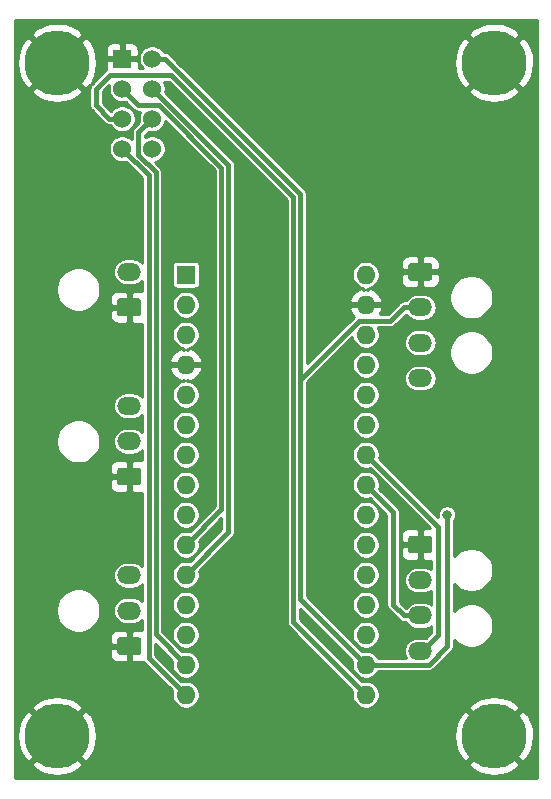
<source format=gbr>
G04 #@! TF.GenerationSoftware,KiCad,Pcbnew,(5.1.5)-3*
G04 #@! TF.CreationDate,2020-05-08T00:45:13-06:00*
G04 #@! TF.ProjectId,vibration,76696272-6174-4696-9f6e-2e6b69636164,rev?*
G04 #@! TF.SameCoordinates,Original*
G04 #@! TF.FileFunction,Copper,L2,Bot*
G04 #@! TF.FilePolarity,Positive*
%FSLAX46Y46*%
G04 Gerber Fmt 4.6, Leading zero omitted, Abs format (unit mm)*
G04 Created by KiCad (PCBNEW (5.1.5)-3) date 2020-05-08 00:45:13*
%MOMM*%
%LPD*%
G04 APERTURE LIST*
%ADD10R,1.600000X1.600000*%
%ADD11O,1.600000X1.600000*%
%ADD12C,5.500000*%
%ADD13C,0.100000*%
%ADD14O,2.020000X1.500000*%
%ADD15R,1.524000X1.524000*%
%ADD16C,1.524000*%
%ADD17C,0.800000*%
%ADD18C,0.381000*%
%ADD19C,0.254000*%
G04 APERTURE END LIST*
D10*
X74890000Y-106934000D03*
D11*
X90130000Y-139954000D03*
X74890000Y-109474000D03*
X90130000Y-137414000D03*
X74890000Y-112014000D03*
X90130000Y-134874000D03*
X74890000Y-114554000D03*
X90130000Y-132334000D03*
X74890000Y-117094000D03*
X90130000Y-129794000D03*
X74890000Y-119634000D03*
X90130000Y-127254000D03*
X74890000Y-122174000D03*
X90130000Y-124714000D03*
X74890000Y-124714000D03*
X90130000Y-122174000D03*
X74890000Y-127254000D03*
X90130000Y-119634000D03*
X74890000Y-129794000D03*
X90130000Y-117094000D03*
X74890000Y-132334000D03*
X90130000Y-114554000D03*
X74890000Y-134874000D03*
X90130000Y-112014000D03*
X74890000Y-137414000D03*
X90130000Y-109474000D03*
X74890000Y-139954000D03*
X90130000Y-106934000D03*
X74890000Y-142494000D03*
X90130000Y-142494000D03*
D12*
X64000000Y-146000000D03*
X64000000Y-89000000D03*
X101000000Y-89000000D03*
X101000000Y-146000000D03*
G04 #@! TA.AperFunction,ComponentPad*
D13*
G36*
X70888504Y-108945204D02*
G01*
X70912773Y-108948804D01*
X70936571Y-108954765D01*
X70959671Y-108963030D01*
X70981849Y-108973520D01*
X71002893Y-108986133D01*
X71022598Y-109000747D01*
X71040777Y-109017223D01*
X71057253Y-109035402D01*
X71071867Y-109055107D01*
X71084480Y-109076151D01*
X71094970Y-109098329D01*
X71103235Y-109121429D01*
X71109196Y-109145227D01*
X71112796Y-109169496D01*
X71114000Y-109194000D01*
X71114000Y-110194000D01*
X71112796Y-110218504D01*
X71109196Y-110242773D01*
X71103235Y-110266571D01*
X71094970Y-110289671D01*
X71084480Y-110311849D01*
X71071867Y-110332893D01*
X71057253Y-110352598D01*
X71040777Y-110370777D01*
X71022598Y-110387253D01*
X71002893Y-110401867D01*
X70981849Y-110414480D01*
X70959671Y-110424970D01*
X70936571Y-110433235D01*
X70912773Y-110439196D01*
X70888504Y-110442796D01*
X70864000Y-110444000D01*
X69344000Y-110444000D01*
X69319496Y-110442796D01*
X69295227Y-110439196D01*
X69271429Y-110433235D01*
X69248329Y-110424970D01*
X69226151Y-110414480D01*
X69205107Y-110401867D01*
X69185402Y-110387253D01*
X69167223Y-110370777D01*
X69150747Y-110352598D01*
X69136133Y-110332893D01*
X69123520Y-110311849D01*
X69113030Y-110289671D01*
X69104765Y-110266571D01*
X69098804Y-110242773D01*
X69095204Y-110218504D01*
X69094000Y-110194000D01*
X69094000Y-109194000D01*
X69095204Y-109169496D01*
X69098804Y-109145227D01*
X69104765Y-109121429D01*
X69113030Y-109098329D01*
X69123520Y-109076151D01*
X69136133Y-109055107D01*
X69150747Y-109035402D01*
X69167223Y-109017223D01*
X69185402Y-109000747D01*
X69205107Y-108986133D01*
X69226151Y-108973520D01*
X69248329Y-108963030D01*
X69271429Y-108954765D01*
X69295227Y-108948804D01*
X69319496Y-108945204D01*
X69344000Y-108944000D01*
X70864000Y-108944000D01*
X70888504Y-108945204D01*
G37*
G04 #@! TD.AperFunction*
D14*
X70104000Y-106694000D03*
D15*
X69500000Y-88646000D03*
D16*
X72040000Y-88646000D03*
X69500000Y-91186000D03*
X72040000Y-91186000D03*
X69500000Y-93726000D03*
X72040000Y-93726000D03*
X69500000Y-96266000D03*
X72040000Y-96266000D03*
G04 #@! TA.AperFunction,ComponentPad*
D13*
G36*
X70888504Y-123289204D02*
G01*
X70912773Y-123292804D01*
X70936571Y-123298765D01*
X70959671Y-123307030D01*
X70981849Y-123317520D01*
X71002893Y-123330133D01*
X71022598Y-123344747D01*
X71040777Y-123361223D01*
X71057253Y-123379402D01*
X71071867Y-123399107D01*
X71084480Y-123420151D01*
X71094970Y-123442329D01*
X71103235Y-123465429D01*
X71109196Y-123489227D01*
X71112796Y-123513496D01*
X71114000Y-123538000D01*
X71114000Y-124538000D01*
X71112796Y-124562504D01*
X71109196Y-124586773D01*
X71103235Y-124610571D01*
X71094970Y-124633671D01*
X71084480Y-124655849D01*
X71071867Y-124676893D01*
X71057253Y-124696598D01*
X71040777Y-124714777D01*
X71022598Y-124731253D01*
X71002893Y-124745867D01*
X70981849Y-124758480D01*
X70959671Y-124768970D01*
X70936571Y-124777235D01*
X70912773Y-124783196D01*
X70888504Y-124786796D01*
X70864000Y-124788000D01*
X69344000Y-124788000D01*
X69319496Y-124786796D01*
X69295227Y-124783196D01*
X69271429Y-124777235D01*
X69248329Y-124768970D01*
X69226151Y-124758480D01*
X69205107Y-124745867D01*
X69185402Y-124731253D01*
X69167223Y-124714777D01*
X69150747Y-124696598D01*
X69136133Y-124676893D01*
X69123520Y-124655849D01*
X69113030Y-124633671D01*
X69104765Y-124610571D01*
X69098804Y-124586773D01*
X69095204Y-124562504D01*
X69094000Y-124538000D01*
X69094000Y-123538000D01*
X69095204Y-123513496D01*
X69098804Y-123489227D01*
X69104765Y-123465429D01*
X69113030Y-123442329D01*
X69123520Y-123420151D01*
X69136133Y-123399107D01*
X69150747Y-123379402D01*
X69167223Y-123361223D01*
X69185402Y-123344747D01*
X69205107Y-123330133D01*
X69226151Y-123317520D01*
X69248329Y-123307030D01*
X69271429Y-123298765D01*
X69295227Y-123292804D01*
X69319496Y-123289204D01*
X69344000Y-123288000D01*
X70864000Y-123288000D01*
X70888504Y-123289204D01*
G37*
G04 #@! TD.AperFunction*
D14*
X70104000Y-121038000D03*
X70104000Y-118038000D03*
X70104000Y-132382000D03*
X70104000Y-135382000D03*
G04 #@! TA.AperFunction,ComponentPad*
D13*
G36*
X70888504Y-137633204D02*
G01*
X70912773Y-137636804D01*
X70936571Y-137642765D01*
X70959671Y-137651030D01*
X70981849Y-137661520D01*
X71002893Y-137674133D01*
X71022598Y-137688747D01*
X71040777Y-137705223D01*
X71057253Y-137723402D01*
X71071867Y-137743107D01*
X71084480Y-137764151D01*
X71094970Y-137786329D01*
X71103235Y-137809429D01*
X71109196Y-137833227D01*
X71112796Y-137857496D01*
X71114000Y-137882000D01*
X71114000Y-138882000D01*
X71112796Y-138906504D01*
X71109196Y-138930773D01*
X71103235Y-138954571D01*
X71094970Y-138977671D01*
X71084480Y-138999849D01*
X71071867Y-139020893D01*
X71057253Y-139040598D01*
X71040777Y-139058777D01*
X71022598Y-139075253D01*
X71002893Y-139089867D01*
X70981849Y-139102480D01*
X70959671Y-139112970D01*
X70936571Y-139121235D01*
X70912773Y-139127196D01*
X70888504Y-139130796D01*
X70864000Y-139132000D01*
X69344000Y-139132000D01*
X69319496Y-139130796D01*
X69295227Y-139127196D01*
X69271429Y-139121235D01*
X69248329Y-139112970D01*
X69226151Y-139102480D01*
X69205107Y-139089867D01*
X69185402Y-139075253D01*
X69167223Y-139058777D01*
X69150747Y-139040598D01*
X69136133Y-139020893D01*
X69123520Y-138999849D01*
X69113030Y-138977671D01*
X69104765Y-138954571D01*
X69098804Y-138930773D01*
X69095204Y-138906504D01*
X69094000Y-138882000D01*
X69094000Y-137882000D01*
X69095204Y-137857496D01*
X69098804Y-137833227D01*
X69104765Y-137809429D01*
X69113030Y-137786329D01*
X69123520Y-137764151D01*
X69136133Y-137743107D01*
X69150747Y-137723402D01*
X69167223Y-137705223D01*
X69185402Y-137688747D01*
X69205107Y-137674133D01*
X69226151Y-137661520D01*
X69248329Y-137651030D01*
X69271429Y-137642765D01*
X69295227Y-137636804D01*
X69319496Y-137633204D01*
X69344000Y-137632000D01*
X70864000Y-137632000D01*
X70888504Y-137633204D01*
G37*
G04 #@! TD.AperFunction*
G04 #@! TA.AperFunction,ComponentPad*
G36*
X95526504Y-129045204D02*
G01*
X95550773Y-129048804D01*
X95574571Y-129054765D01*
X95597671Y-129063030D01*
X95619849Y-129073520D01*
X95640893Y-129086133D01*
X95660598Y-129100747D01*
X95678777Y-129117223D01*
X95695253Y-129135402D01*
X95709867Y-129155107D01*
X95722480Y-129176151D01*
X95732970Y-129198329D01*
X95741235Y-129221429D01*
X95747196Y-129245227D01*
X95750796Y-129269496D01*
X95752000Y-129294000D01*
X95752000Y-130294000D01*
X95750796Y-130318504D01*
X95747196Y-130342773D01*
X95741235Y-130366571D01*
X95732970Y-130389671D01*
X95722480Y-130411849D01*
X95709867Y-130432893D01*
X95695253Y-130452598D01*
X95678777Y-130470777D01*
X95660598Y-130487253D01*
X95640893Y-130501867D01*
X95619849Y-130514480D01*
X95597671Y-130524970D01*
X95574571Y-130533235D01*
X95550773Y-130539196D01*
X95526504Y-130542796D01*
X95502000Y-130544000D01*
X93982000Y-130544000D01*
X93957496Y-130542796D01*
X93933227Y-130539196D01*
X93909429Y-130533235D01*
X93886329Y-130524970D01*
X93864151Y-130514480D01*
X93843107Y-130501867D01*
X93823402Y-130487253D01*
X93805223Y-130470777D01*
X93788747Y-130452598D01*
X93774133Y-130432893D01*
X93761520Y-130411849D01*
X93751030Y-130389671D01*
X93742765Y-130366571D01*
X93736804Y-130342773D01*
X93733204Y-130318504D01*
X93732000Y-130294000D01*
X93732000Y-129294000D01*
X93733204Y-129269496D01*
X93736804Y-129245227D01*
X93742765Y-129221429D01*
X93751030Y-129198329D01*
X93761520Y-129176151D01*
X93774133Y-129155107D01*
X93788747Y-129135402D01*
X93805223Y-129117223D01*
X93823402Y-129100747D01*
X93843107Y-129086133D01*
X93864151Y-129073520D01*
X93886329Y-129063030D01*
X93909429Y-129054765D01*
X93933227Y-129048804D01*
X93957496Y-129045204D01*
X93982000Y-129044000D01*
X95502000Y-129044000D01*
X95526504Y-129045204D01*
G37*
G04 #@! TD.AperFunction*
D14*
X94742000Y-132794000D03*
X94742000Y-135794000D03*
X94742000Y-138794000D03*
X94742000Y-115694000D03*
X94742000Y-112694000D03*
X94742000Y-109694000D03*
G04 #@! TA.AperFunction,ComponentPad*
D13*
G36*
X95526504Y-105945204D02*
G01*
X95550773Y-105948804D01*
X95574571Y-105954765D01*
X95597671Y-105963030D01*
X95619849Y-105973520D01*
X95640893Y-105986133D01*
X95660598Y-106000747D01*
X95678777Y-106017223D01*
X95695253Y-106035402D01*
X95709867Y-106055107D01*
X95722480Y-106076151D01*
X95732970Y-106098329D01*
X95741235Y-106121429D01*
X95747196Y-106145227D01*
X95750796Y-106169496D01*
X95752000Y-106194000D01*
X95752000Y-107194000D01*
X95750796Y-107218504D01*
X95747196Y-107242773D01*
X95741235Y-107266571D01*
X95732970Y-107289671D01*
X95722480Y-107311849D01*
X95709867Y-107332893D01*
X95695253Y-107352598D01*
X95678777Y-107370777D01*
X95660598Y-107387253D01*
X95640893Y-107401867D01*
X95619849Y-107414480D01*
X95597671Y-107424970D01*
X95574571Y-107433235D01*
X95550773Y-107439196D01*
X95526504Y-107442796D01*
X95502000Y-107444000D01*
X93982000Y-107444000D01*
X93957496Y-107442796D01*
X93933227Y-107439196D01*
X93909429Y-107433235D01*
X93886329Y-107424970D01*
X93864151Y-107414480D01*
X93843107Y-107401867D01*
X93823402Y-107387253D01*
X93805223Y-107370777D01*
X93788747Y-107352598D01*
X93774133Y-107332893D01*
X93761520Y-107311849D01*
X93751030Y-107289671D01*
X93742765Y-107266571D01*
X93736804Y-107242773D01*
X93733204Y-107218504D01*
X93732000Y-107194000D01*
X93732000Y-106194000D01*
X93733204Y-106169496D01*
X93736804Y-106145227D01*
X93742765Y-106121429D01*
X93751030Y-106098329D01*
X93761520Y-106076151D01*
X93774133Y-106055107D01*
X93788747Y-106035402D01*
X93805223Y-106017223D01*
X93823402Y-106000747D01*
X93843107Y-105986133D01*
X93864151Y-105973520D01*
X93886329Y-105963030D01*
X93909429Y-105954765D01*
X93933227Y-105948804D01*
X93957496Y-105945204D01*
X93982000Y-105944000D01*
X95502000Y-105944000D01*
X95526504Y-105945204D01*
G37*
G04 #@! TD.AperFunction*
D17*
X97028000Y-127254000D03*
X81534000Y-115062000D03*
X82169000Y-139192000D03*
X86741000Y-93091000D03*
X99060000Y-119634000D03*
X93218000Y-119380000D03*
X99314000Y-126746000D03*
X98298000Y-123698000D03*
X62992000Y-114808000D03*
X62738000Y-129286000D03*
D18*
X84582000Y-134406000D02*
X90130000Y-139954000D01*
X72040000Y-88646000D02*
X73117630Y-88646000D01*
X73117630Y-88646000D02*
X84582000Y-100110370D01*
X89582501Y-110823499D02*
X84582000Y-115824000D01*
X92221501Y-110823499D02*
X89582501Y-110823499D01*
X93351000Y-109694000D02*
X92221501Y-110823499D01*
X94742000Y-109694000D02*
X93351000Y-109694000D01*
X84582000Y-100110370D02*
X84582000Y-115824000D01*
X84582000Y-115824000D02*
X84582000Y-134406000D01*
X95454924Y-139954000D02*
X97028000Y-138380924D01*
X90130000Y-139954000D02*
X95454924Y-139954000D01*
X97028000Y-138380924D02*
X97028000Y-127254000D01*
X77904990Y-97872662D02*
X77904990Y-126779010D01*
X72605827Y-92573499D02*
X77904990Y-97872662D01*
X77904990Y-126779010D02*
X74890000Y-129794000D01*
X69500000Y-91186000D02*
X70887499Y-92573499D01*
X70887499Y-92573499D02*
X72605827Y-92573499D01*
X72040000Y-91186000D02*
X78486000Y-97632000D01*
X78486000Y-128738000D02*
X74890000Y-132334000D01*
X78486000Y-97632000D02*
X78486000Y-128738000D01*
X70887499Y-96831827D02*
X72339520Y-98283848D01*
X72040000Y-93726000D02*
X70887499Y-94878501D01*
X70887499Y-94878501D02*
X70887499Y-96831827D01*
X72339520Y-137403520D02*
X74890000Y-139954000D01*
X72339520Y-98283848D02*
X72339520Y-137403520D01*
X74090001Y-141694001D02*
X74890000Y-142494000D01*
X71758510Y-139362510D02*
X74090001Y-141694001D01*
X71758510Y-98524510D02*
X71758510Y-139362510D01*
X69500000Y-96266000D02*
X71758510Y-98524510D01*
X73683457Y-90033499D02*
X84000990Y-100351032D01*
X68422370Y-93726000D02*
X67310000Y-92613630D01*
X84000990Y-136364990D02*
X90130000Y-142494000D01*
X69500000Y-93726000D02*
X68422370Y-93726000D01*
X67310000Y-92613630D02*
X67310000Y-91186000D01*
X84000990Y-100351032D02*
X84000990Y-136364990D01*
X67310000Y-91186000D02*
X68462501Y-90033499D01*
X68462501Y-90033499D02*
X73683457Y-90033499D01*
X93351000Y-135794000D02*
X92456000Y-134899000D01*
X94742000Y-135794000D02*
X93351000Y-135794000D01*
X92456000Y-127040000D02*
X90130000Y-124714000D01*
X92456000Y-134899000D02*
X92456000Y-127040000D01*
X94742000Y-138794000D02*
X95002000Y-138794000D01*
X94742000Y-138794000D02*
X94886000Y-138794000D01*
X94886000Y-138794000D02*
X96266000Y-137414000D01*
X96266000Y-137414000D02*
X96266000Y-128270000D01*
X90130000Y-122174000D02*
X95504000Y-127508000D01*
X96266000Y-128270000D02*
X95504000Y-127508000D01*
D19*
G36*
X104594000Y-149594000D02*
G01*
X60406000Y-149594000D01*
X60406000Y-148380928D01*
X61798677Y-148380928D01*
X62104859Y-148824503D01*
X62692306Y-149139954D01*
X63330008Y-149334740D01*
X63993457Y-149401372D01*
X64657158Y-149337292D01*
X65295605Y-149144962D01*
X65884262Y-148831772D01*
X65895141Y-148824503D01*
X66201323Y-148380928D01*
X98798677Y-148380928D01*
X99104859Y-148824503D01*
X99692306Y-149139954D01*
X100330008Y-149334740D01*
X100993457Y-149401372D01*
X101657158Y-149337292D01*
X102295605Y-149144962D01*
X102884262Y-148831772D01*
X102895141Y-148824503D01*
X103201323Y-148380928D01*
X101000000Y-146179605D01*
X98798677Y-148380928D01*
X66201323Y-148380928D01*
X64000000Y-146179605D01*
X61798677Y-148380928D01*
X60406000Y-148380928D01*
X60406000Y-145993457D01*
X60598628Y-145993457D01*
X60662708Y-146657158D01*
X60855038Y-147295605D01*
X61168228Y-147884262D01*
X61175497Y-147895141D01*
X61619072Y-148201323D01*
X63820395Y-146000000D01*
X64179605Y-146000000D01*
X66380928Y-148201323D01*
X66824503Y-147895141D01*
X67139954Y-147307694D01*
X67334740Y-146669992D01*
X67401372Y-146006543D01*
X67400109Y-145993457D01*
X97598628Y-145993457D01*
X97662708Y-146657158D01*
X97855038Y-147295605D01*
X98168228Y-147884262D01*
X98175497Y-147895141D01*
X98619072Y-148201323D01*
X100820395Y-146000000D01*
X101179605Y-146000000D01*
X103380928Y-148201323D01*
X103824503Y-147895141D01*
X104139954Y-147307694D01*
X104334740Y-146669992D01*
X104401372Y-146006543D01*
X104337292Y-145342842D01*
X104144962Y-144704395D01*
X103831772Y-144115738D01*
X103824503Y-144104859D01*
X103380928Y-143798677D01*
X101179605Y-146000000D01*
X100820395Y-146000000D01*
X98619072Y-143798677D01*
X98175497Y-144104859D01*
X97860046Y-144692306D01*
X97665260Y-145330008D01*
X97598628Y-145993457D01*
X67400109Y-145993457D01*
X67337292Y-145342842D01*
X67144962Y-144704395D01*
X66831772Y-144115738D01*
X66824503Y-144104859D01*
X66380928Y-143798677D01*
X64179605Y-146000000D01*
X63820395Y-146000000D01*
X61619072Y-143798677D01*
X61175497Y-144104859D01*
X60860046Y-144692306D01*
X60665260Y-145330008D01*
X60598628Y-145993457D01*
X60406000Y-145993457D01*
X60406000Y-143619072D01*
X61798677Y-143619072D01*
X64000000Y-145820395D01*
X66201323Y-143619072D01*
X65895141Y-143175497D01*
X65307694Y-142860046D01*
X64669992Y-142665260D01*
X64006543Y-142598628D01*
X63342842Y-142662708D01*
X62704395Y-142855038D01*
X62115738Y-143168228D01*
X62104859Y-143175497D01*
X61798677Y-143619072D01*
X60406000Y-143619072D01*
X60406000Y-139132000D01*
X68455928Y-139132000D01*
X68468188Y-139256482D01*
X68504498Y-139376180D01*
X68563463Y-139486494D01*
X68642815Y-139583185D01*
X68739506Y-139662537D01*
X68849820Y-139721502D01*
X68969518Y-139757812D01*
X69094000Y-139770072D01*
X69818250Y-139767000D01*
X69977000Y-139608250D01*
X69977000Y-138509000D01*
X68617750Y-138509000D01*
X68459000Y-138667750D01*
X68455928Y-139132000D01*
X60406000Y-139132000D01*
X60406000Y-137632000D01*
X68455928Y-137632000D01*
X68459000Y-138096250D01*
X68617750Y-138255000D01*
X69977000Y-138255000D01*
X69977000Y-137155750D01*
X69818250Y-136997000D01*
X69094000Y-136993928D01*
X68969518Y-137006188D01*
X68849820Y-137042498D01*
X68739506Y-137101463D01*
X68642815Y-137180815D01*
X68563463Y-137277506D01*
X68504498Y-137387820D01*
X68468188Y-137507518D01*
X68455928Y-137632000D01*
X60406000Y-137632000D01*
X60406000Y-135196738D01*
X63903000Y-135196738D01*
X63903000Y-135567262D01*
X63975286Y-135930667D01*
X64117080Y-136272987D01*
X64322932Y-136581067D01*
X64584933Y-136843068D01*
X64893013Y-137048920D01*
X65235333Y-137190714D01*
X65598738Y-137263000D01*
X65969262Y-137263000D01*
X66332667Y-137190714D01*
X66674987Y-137048920D01*
X66983067Y-136843068D01*
X67245068Y-136581067D01*
X67450920Y-136272987D01*
X67592714Y-135930667D01*
X67665000Y-135567262D01*
X67665000Y-135196738D01*
X67592714Y-134833333D01*
X67450920Y-134491013D01*
X67245068Y-134182933D01*
X66983067Y-133920932D01*
X66674987Y-133715080D01*
X66332667Y-133573286D01*
X65969262Y-133501000D01*
X65598738Y-133501000D01*
X65235333Y-133573286D01*
X64893013Y-133715080D01*
X64584933Y-133920932D01*
X64322932Y-134182933D01*
X64117080Y-134491013D01*
X63975286Y-134833333D01*
X63903000Y-135196738D01*
X60406000Y-135196738D01*
X60406000Y-124788000D01*
X68455928Y-124788000D01*
X68468188Y-124912482D01*
X68504498Y-125032180D01*
X68563463Y-125142494D01*
X68642815Y-125239185D01*
X68739506Y-125318537D01*
X68849820Y-125377502D01*
X68969518Y-125413812D01*
X69094000Y-125426072D01*
X69818250Y-125423000D01*
X69977000Y-125264250D01*
X69977000Y-124165000D01*
X68617750Y-124165000D01*
X68459000Y-124323750D01*
X68455928Y-124788000D01*
X60406000Y-124788000D01*
X60406000Y-123288000D01*
X68455928Y-123288000D01*
X68459000Y-123752250D01*
X68617750Y-123911000D01*
X69977000Y-123911000D01*
X69977000Y-122811750D01*
X69818250Y-122653000D01*
X69094000Y-122649928D01*
X68969518Y-122662188D01*
X68849820Y-122698498D01*
X68739506Y-122757463D01*
X68642815Y-122836815D01*
X68563463Y-122933506D01*
X68504498Y-123043820D01*
X68468188Y-123163518D01*
X68455928Y-123288000D01*
X60406000Y-123288000D01*
X60406000Y-120852738D01*
X63903000Y-120852738D01*
X63903000Y-121223262D01*
X63975286Y-121586667D01*
X64117080Y-121928987D01*
X64322932Y-122237067D01*
X64584933Y-122499068D01*
X64893013Y-122704920D01*
X65235333Y-122846714D01*
X65598738Y-122919000D01*
X65969262Y-122919000D01*
X66332667Y-122846714D01*
X66674987Y-122704920D01*
X66983067Y-122499068D01*
X67245068Y-122237067D01*
X67450920Y-121928987D01*
X67592714Y-121586667D01*
X67665000Y-121223262D01*
X67665000Y-120852738D01*
X67592714Y-120489333D01*
X67450920Y-120147013D01*
X67245068Y-119838933D01*
X66983067Y-119576932D01*
X66674987Y-119371080D01*
X66332667Y-119229286D01*
X65969262Y-119157000D01*
X65598738Y-119157000D01*
X65235333Y-119229286D01*
X64893013Y-119371080D01*
X64584933Y-119576932D01*
X64322932Y-119838933D01*
X64117080Y-120147013D01*
X63975286Y-120489333D01*
X63903000Y-120852738D01*
X60406000Y-120852738D01*
X60406000Y-110444000D01*
X68455928Y-110444000D01*
X68468188Y-110568482D01*
X68504498Y-110688180D01*
X68563463Y-110798494D01*
X68642815Y-110895185D01*
X68739506Y-110974537D01*
X68849820Y-111033502D01*
X68969518Y-111069812D01*
X69094000Y-111082072D01*
X69818250Y-111079000D01*
X69977000Y-110920250D01*
X69977000Y-109821000D01*
X68617750Y-109821000D01*
X68459000Y-109979750D01*
X68455928Y-110444000D01*
X60406000Y-110444000D01*
X60406000Y-108008738D01*
X63903000Y-108008738D01*
X63903000Y-108379262D01*
X63975286Y-108742667D01*
X64117080Y-109084987D01*
X64322932Y-109393067D01*
X64584933Y-109655068D01*
X64893013Y-109860920D01*
X65235333Y-110002714D01*
X65598738Y-110075000D01*
X65969262Y-110075000D01*
X66332667Y-110002714D01*
X66674987Y-109860920D01*
X66983067Y-109655068D01*
X67245068Y-109393067D01*
X67450920Y-109084987D01*
X67509318Y-108944000D01*
X68455928Y-108944000D01*
X68459000Y-109408250D01*
X68617750Y-109567000D01*
X69977000Y-109567000D01*
X69977000Y-108467750D01*
X69818250Y-108309000D01*
X69094000Y-108305928D01*
X68969518Y-108318188D01*
X68849820Y-108354498D01*
X68739506Y-108413463D01*
X68642815Y-108492815D01*
X68563463Y-108589506D01*
X68504498Y-108699820D01*
X68468188Y-108819518D01*
X68455928Y-108944000D01*
X67509318Y-108944000D01*
X67592714Y-108742667D01*
X67665000Y-108379262D01*
X67665000Y-108008738D01*
X67592714Y-107645333D01*
X67450920Y-107303013D01*
X67245068Y-106994933D01*
X66983067Y-106732932D01*
X66674987Y-106527080D01*
X66332667Y-106385286D01*
X65969262Y-106313000D01*
X65598738Y-106313000D01*
X65235333Y-106385286D01*
X64893013Y-106527080D01*
X64584933Y-106732932D01*
X64322932Y-106994933D01*
X64117080Y-107303013D01*
X63975286Y-107645333D01*
X63903000Y-108008738D01*
X60406000Y-108008738D01*
X60406000Y-91380928D01*
X61798677Y-91380928D01*
X62104859Y-91824503D01*
X62692306Y-92139954D01*
X63330008Y-92334740D01*
X63993457Y-92401372D01*
X64657158Y-92337292D01*
X65295605Y-92144962D01*
X65884262Y-91831772D01*
X65895141Y-91824503D01*
X66201323Y-91380928D01*
X64000000Y-89179605D01*
X61798677Y-91380928D01*
X60406000Y-91380928D01*
X60406000Y-88993457D01*
X60598628Y-88993457D01*
X60662708Y-89657158D01*
X60855038Y-90295605D01*
X61168228Y-90884262D01*
X61175497Y-90895141D01*
X61619072Y-91201323D01*
X63820395Y-89000000D01*
X64179605Y-89000000D01*
X66380928Y-91201323D01*
X66813328Y-90902855D01*
X66779448Y-90966239D01*
X66746769Y-91073967D01*
X66735735Y-91186000D01*
X66738501Y-91214084D01*
X66738500Y-92585555D01*
X66735735Y-92613630D01*
X66738500Y-92641703D01*
X66746769Y-92725663D01*
X66779448Y-92833391D01*
X66832516Y-92932674D01*
X66903933Y-93019697D01*
X66925748Y-93037600D01*
X67998406Y-94110260D01*
X68016303Y-94132067D01*
X68038107Y-94149961D01*
X68038109Y-94149963D01*
X68103325Y-94203484D01*
X68202608Y-94256552D01*
X68310336Y-94289231D01*
X68422370Y-94300265D01*
X68450444Y-94297500D01*
X68507190Y-94297500D01*
X68612174Y-94454620D01*
X68771380Y-94613826D01*
X68958587Y-94738913D01*
X69166599Y-94825075D01*
X69387424Y-94869000D01*
X69612576Y-94869000D01*
X69833401Y-94825075D01*
X70041413Y-94738913D01*
X70228620Y-94613826D01*
X70387826Y-94454620D01*
X70512913Y-94267413D01*
X70599075Y-94059401D01*
X70643000Y-93838576D01*
X70643000Y-93613424D01*
X70599075Y-93392599D01*
X70512913Y-93184587D01*
X70387826Y-92997380D01*
X70228620Y-92838174D01*
X70041413Y-92713087D01*
X69833401Y-92626925D01*
X69612576Y-92583000D01*
X69387424Y-92583000D01*
X69166599Y-92626925D01*
X68958587Y-92713087D01*
X68771380Y-92838174D01*
X68612174Y-92997380D01*
X68568034Y-93063441D01*
X67881500Y-92376908D01*
X67881500Y-91422722D01*
X68388336Y-90915886D01*
X68357000Y-91073424D01*
X68357000Y-91298576D01*
X68400925Y-91519401D01*
X68487087Y-91727413D01*
X68612174Y-91914620D01*
X68771380Y-92073826D01*
X68958587Y-92198913D01*
X69166599Y-92285075D01*
X69387424Y-92329000D01*
X69612576Y-92329000D01*
X69797912Y-92292134D01*
X70463533Y-92957756D01*
X70481432Y-92979566D01*
X70530332Y-93019697D01*
X70568454Y-93050983D01*
X70667737Y-93104051D01*
X70775465Y-93136730D01*
X70887499Y-93147764D01*
X70915573Y-93144999D01*
X71053539Y-93144999D01*
X71027087Y-93184587D01*
X70940925Y-93392599D01*
X70897000Y-93613424D01*
X70897000Y-93838576D01*
X70933866Y-94023912D01*
X70503247Y-94454531D01*
X70481432Y-94472434D01*
X70410016Y-94559456D01*
X70410015Y-94559457D01*
X70356947Y-94658740D01*
X70324268Y-94766468D01*
X70313234Y-94878501D01*
X70315999Y-94906576D01*
X70315999Y-95465553D01*
X70228620Y-95378174D01*
X70041413Y-95253087D01*
X69833401Y-95166925D01*
X69612576Y-95123000D01*
X69387424Y-95123000D01*
X69166599Y-95166925D01*
X68958587Y-95253087D01*
X68771380Y-95378174D01*
X68612174Y-95537380D01*
X68487087Y-95724587D01*
X68400925Y-95932599D01*
X68357000Y-96153424D01*
X68357000Y-96378576D01*
X68400925Y-96599401D01*
X68487087Y-96807413D01*
X68612174Y-96994620D01*
X68771380Y-97153826D01*
X68958587Y-97278913D01*
X69166599Y-97365075D01*
X69387424Y-97409000D01*
X69612576Y-97409000D01*
X69797912Y-97372134D01*
X71187010Y-98761233D01*
X71187010Y-105914036D01*
X71167607Y-105890393D01*
X70995390Y-105749058D01*
X70798909Y-105644037D01*
X70585715Y-105579365D01*
X70419558Y-105563000D01*
X69788442Y-105563000D01*
X69622285Y-105579365D01*
X69409091Y-105644037D01*
X69212610Y-105749058D01*
X69040393Y-105890393D01*
X68899058Y-106062610D01*
X68794037Y-106259091D01*
X68729365Y-106472285D01*
X68707528Y-106694000D01*
X68729365Y-106915715D01*
X68794037Y-107128909D01*
X68899058Y-107325390D01*
X69040393Y-107497607D01*
X69212610Y-107638942D01*
X69409091Y-107743963D01*
X69622285Y-107808635D01*
X69788442Y-107825000D01*
X70419558Y-107825000D01*
X70585715Y-107808635D01*
X70798909Y-107743963D01*
X70995390Y-107638942D01*
X71167607Y-107497607D01*
X71187010Y-107473964D01*
X71187010Y-108313119D01*
X71114000Y-108305928D01*
X70389750Y-108309000D01*
X70231000Y-108467750D01*
X70231000Y-109567000D01*
X70251000Y-109567000D01*
X70251000Y-109821000D01*
X70231000Y-109821000D01*
X70231000Y-110920250D01*
X70389750Y-111079000D01*
X71114000Y-111082072D01*
X71187010Y-111074881D01*
X71187010Y-117258036D01*
X71167607Y-117234393D01*
X70995390Y-117093058D01*
X70798909Y-116988037D01*
X70585715Y-116923365D01*
X70419558Y-116907000D01*
X69788442Y-116907000D01*
X69622285Y-116923365D01*
X69409091Y-116988037D01*
X69212610Y-117093058D01*
X69040393Y-117234393D01*
X68899058Y-117406610D01*
X68794037Y-117603091D01*
X68729365Y-117816285D01*
X68707528Y-118038000D01*
X68729365Y-118259715D01*
X68794037Y-118472909D01*
X68899058Y-118669390D01*
X69040393Y-118841607D01*
X69212610Y-118982942D01*
X69409091Y-119087963D01*
X69622285Y-119152635D01*
X69788442Y-119169000D01*
X70419558Y-119169000D01*
X70585715Y-119152635D01*
X70798909Y-119087963D01*
X70995390Y-118982942D01*
X71167607Y-118841607D01*
X71187010Y-118817964D01*
X71187011Y-120258036D01*
X71167607Y-120234393D01*
X70995390Y-120093058D01*
X70798909Y-119988037D01*
X70585715Y-119923365D01*
X70419558Y-119907000D01*
X69788442Y-119907000D01*
X69622285Y-119923365D01*
X69409091Y-119988037D01*
X69212610Y-120093058D01*
X69040393Y-120234393D01*
X68899058Y-120406610D01*
X68794037Y-120603091D01*
X68729365Y-120816285D01*
X68707528Y-121038000D01*
X68729365Y-121259715D01*
X68794037Y-121472909D01*
X68899058Y-121669390D01*
X69040393Y-121841607D01*
X69212610Y-121982942D01*
X69409091Y-122087963D01*
X69622285Y-122152635D01*
X69788442Y-122169000D01*
X70419558Y-122169000D01*
X70585715Y-122152635D01*
X70798909Y-122087963D01*
X70995390Y-121982942D01*
X71167607Y-121841607D01*
X71187011Y-121817964D01*
X71187011Y-122657119D01*
X71114000Y-122649928D01*
X70389750Y-122653000D01*
X70231000Y-122811750D01*
X70231000Y-123911000D01*
X70251000Y-123911000D01*
X70251000Y-124165000D01*
X70231000Y-124165000D01*
X70231000Y-125264250D01*
X70389750Y-125423000D01*
X71114000Y-125426072D01*
X71187011Y-125418881D01*
X71187011Y-131602037D01*
X71167607Y-131578393D01*
X70995390Y-131437058D01*
X70798909Y-131332037D01*
X70585715Y-131267365D01*
X70419558Y-131251000D01*
X69788442Y-131251000D01*
X69622285Y-131267365D01*
X69409091Y-131332037D01*
X69212610Y-131437058D01*
X69040393Y-131578393D01*
X68899058Y-131750610D01*
X68794037Y-131947091D01*
X68729365Y-132160285D01*
X68707528Y-132382000D01*
X68729365Y-132603715D01*
X68794037Y-132816909D01*
X68899058Y-133013390D01*
X69040393Y-133185607D01*
X69212610Y-133326942D01*
X69409091Y-133431963D01*
X69622285Y-133496635D01*
X69788442Y-133513000D01*
X70419558Y-133513000D01*
X70585715Y-133496635D01*
X70798909Y-133431963D01*
X70995390Y-133326942D01*
X71167607Y-133185607D01*
X71187011Y-133161963D01*
X71187011Y-134602037D01*
X71167607Y-134578393D01*
X70995390Y-134437058D01*
X70798909Y-134332037D01*
X70585715Y-134267365D01*
X70419558Y-134251000D01*
X69788442Y-134251000D01*
X69622285Y-134267365D01*
X69409091Y-134332037D01*
X69212610Y-134437058D01*
X69040393Y-134578393D01*
X68899058Y-134750610D01*
X68794037Y-134947091D01*
X68729365Y-135160285D01*
X68707528Y-135382000D01*
X68729365Y-135603715D01*
X68794037Y-135816909D01*
X68899058Y-136013390D01*
X69040393Y-136185607D01*
X69212610Y-136326942D01*
X69409091Y-136431963D01*
X69622285Y-136496635D01*
X69788442Y-136513000D01*
X70419558Y-136513000D01*
X70585715Y-136496635D01*
X70798909Y-136431963D01*
X70995390Y-136326942D01*
X71167607Y-136185607D01*
X71187011Y-136161963D01*
X71187011Y-137001119D01*
X71114000Y-136993928D01*
X70389750Y-136997000D01*
X70231000Y-137155750D01*
X70231000Y-138255000D01*
X70251000Y-138255000D01*
X70251000Y-138509000D01*
X70231000Y-138509000D01*
X70231000Y-139608250D01*
X70389750Y-139767000D01*
X71114000Y-139770072D01*
X71238482Y-139757812D01*
X71322655Y-139732279D01*
X71352444Y-139768577D01*
X71374254Y-139786476D01*
X73705740Y-142117963D01*
X73705745Y-142117967D01*
X73751550Y-142163772D01*
X73709000Y-142377682D01*
X73709000Y-142610318D01*
X73754386Y-142838485D01*
X73843412Y-143053413D01*
X73972658Y-143246843D01*
X74137157Y-143411342D01*
X74330587Y-143540588D01*
X74545515Y-143629614D01*
X74773682Y-143675000D01*
X75006318Y-143675000D01*
X75234485Y-143629614D01*
X75449413Y-143540588D01*
X75642843Y-143411342D01*
X75807342Y-143246843D01*
X75936588Y-143053413D01*
X76025614Y-142838485D01*
X76071000Y-142610318D01*
X76071000Y-142377682D01*
X76025614Y-142149515D01*
X75936588Y-141934587D01*
X75807342Y-141741157D01*
X75642843Y-141576658D01*
X75449413Y-141447412D01*
X75234485Y-141358386D01*
X75006318Y-141313000D01*
X74773682Y-141313000D01*
X74559772Y-141355550D01*
X74513967Y-141309745D01*
X74513963Y-141309740D01*
X72330010Y-139125788D01*
X72330010Y-138202232D01*
X73751550Y-139623773D01*
X73709000Y-139837682D01*
X73709000Y-140070318D01*
X73754386Y-140298485D01*
X73843412Y-140513413D01*
X73972658Y-140706843D01*
X74137157Y-140871342D01*
X74330587Y-141000588D01*
X74545515Y-141089614D01*
X74773682Y-141135000D01*
X75006318Y-141135000D01*
X75234485Y-141089614D01*
X75449413Y-141000588D01*
X75642843Y-140871342D01*
X75807342Y-140706843D01*
X75936588Y-140513413D01*
X76025614Y-140298485D01*
X76071000Y-140070318D01*
X76071000Y-139837682D01*
X76025614Y-139609515D01*
X75936588Y-139394587D01*
X75807342Y-139201157D01*
X75642843Y-139036658D01*
X75449413Y-138907412D01*
X75234485Y-138818386D01*
X75006318Y-138773000D01*
X74773682Y-138773000D01*
X74559773Y-138815550D01*
X73041905Y-137297682D01*
X73709000Y-137297682D01*
X73709000Y-137530318D01*
X73754386Y-137758485D01*
X73843412Y-137973413D01*
X73972658Y-138166843D01*
X74137157Y-138331342D01*
X74330587Y-138460588D01*
X74545515Y-138549614D01*
X74773682Y-138595000D01*
X75006318Y-138595000D01*
X75234485Y-138549614D01*
X75449413Y-138460588D01*
X75642843Y-138331342D01*
X75807342Y-138166843D01*
X75936588Y-137973413D01*
X76025614Y-137758485D01*
X76071000Y-137530318D01*
X76071000Y-137297682D01*
X76025614Y-137069515D01*
X75936588Y-136854587D01*
X75807342Y-136661157D01*
X75642843Y-136496658D01*
X75449413Y-136367412D01*
X75234485Y-136278386D01*
X75006318Y-136233000D01*
X74773682Y-136233000D01*
X74545515Y-136278386D01*
X74330587Y-136367412D01*
X74137157Y-136496658D01*
X73972658Y-136661157D01*
X73843412Y-136854587D01*
X73754386Y-137069515D01*
X73709000Y-137297682D01*
X73041905Y-137297682D01*
X72911020Y-137166798D01*
X72911020Y-134757682D01*
X73709000Y-134757682D01*
X73709000Y-134990318D01*
X73754386Y-135218485D01*
X73843412Y-135433413D01*
X73972658Y-135626843D01*
X74137157Y-135791342D01*
X74330587Y-135920588D01*
X74545515Y-136009614D01*
X74773682Y-136055000D01*
X75006318Y-136055000D01*
X75234485Y-136009614D01*
X75449413Y-135920588D01*
X75642843Y-135791342D01*
X75807342Y-135626843D01*
X75936588Y-135433413D01*
X76025614Y-135218485D01*
X76071000Y-134990318D01*
X76071000Y-134757682D01*
X76025614Y-134529515D01*
X75936588Y-134314587D01*
X75807342Y-134121157D01*
X75642843Y-133956658D01*
X75449413Y-133827412D01*
X75234485Y-133738386D01*
X75006318Y-133693000D01*
X74773682Y-133693000D01*
X74545515Y-133738386D01*
X74330587Y-133827412D01*
X74137157Y-133956658D01*
X73972658Y-134121157D01*
X73843412Y-134314587D01*
X73754386Y-134529515D01*
X73709000Y-134757682D01*
X72911020Y-134757682D01*
X72911020Y-127137682D01*
X73709000Y-127137682D01*
X73709000Y-127370318D01*
X73754386Y-127598485D01*
X73843412Y-127813413D01*
X73972658Y-128006843D01*
X74137157Y-128171342D01*
X74330587Y-128300588D01*
X74545515Y-128389614D01*
X74773682Y-128435000D01*
X75006318Y-128435000D01*
X75234485Y-128389614D01*
X75449413Y-128300588D01*
X75642843Y-128171342D01*
X75807342Y-128006843D01*
X75936588Y-127813413D01*
X76025614Y-127598485D01*
X76071000Y-127370318D01*
X76071000Y-127137682D01*
X76025614Y-126909515D01*
X75936588Y-126694587D01*
X75807342Y-126501157D01*
X75642843Y-126336658D01*
X75449413Y-126207412D01*
X75234485Y-126118386D01*
X75006318Y-126073000D01*
X74773682Y-126073000D01*
X74545515Y-126118386D01*
X74330587Y-126207412D01*
X74137157Y-126336658D01*
X73972658Y-126501157D01*
X73843412Y-126694587D01*
X73754386Y-126909515D01*
X73709000Y-127137682D01*
X72911020Y-127137682D01*
X72911020Y-124597682D01*
X73709000Y-124597682D01*
X73709000Y-124830318D01*
X73754386Y-125058485D01*
X73843412Y-125273413D01*
X73972658Y-125466843D01*
X74137157Y-125631342D01*
X74330587Y-125760588D01*
X74545515Y-125849614D01*
X74773682Y-125895000D01*
X75006318Y-125895000D01*
X75234485Y-125849614D01*
X75449413Y-125760588D01*
X75642843Y-125631342D01*
X75807342Y-125466843D01*
X75936588Y-125273413D01*
X76025614Y-125058485D01*
X76071000Y-124830318D01*
X76071000Y-124597682D01*
X76025614Y-124369515D01*
X75936588Y-124154587D01*
X75807342Y-123961157D01*
X75642843Y-123796658D01*
X75449413Y-123667412D01*
X75234485Y-123578386D01*
X75006318Y-123533000D01*
X74773682Y-123533000D01*
X74545515Y-123578386D01*
X74330587Y-123667412D01*
X74137157Y-123796658D01*
X73972658Y-123961157D01*
X73843412Y-124154587D01*
X73754386Y-124369515D01*
X73709000Y-124597682D01*
X72911020Y-124597682D01*
X72911020Y-122057682D01*
X73709000Y-122057682D01*
X73709000Y-122290318D01*
X73754386Y-122518485D01*
X73843412Y-122733413D01*
X73972658Y-122926843D01*
X74137157Y-123091342D01*
X74330587Y-123220588D01*
X74545515Y-123309614D01*
X74773682Y-123355000D01*
X75006318Y-123355000D01*
X75234485Y-123309614D01*
X75449413Y-123220588D01*
X75642843Y-123091342D01*
X75807342Y-122926843D01*
X75936588Y-122733413D01*
X76025614Y-122518485D01*
X76071000Y-122290318D01*
X76071000Y-122057682D01*
X76025614Y-121829515D01*
X75936588Y-121614587D01*
X75807342Y-121421157D01*
X75642843Y-121256658D01*
X75449413Y-121127412D01*
X75234485Y-121038386D01*
X75006318Y-120993000D01*
X74773682Y-120993000D01*
X74545515Y-121038386D01*
X74330587Y-121127412D01*
X74137157Y-121256658D01*
X73972658Y-121421157D01*
X73843412Y-121614587D01*
X73754386Y-121829515D01*
X73709000Y-122057682D01*
X72911020Y-122057682D01*
X72911020Y-119517682D01*
X73709000Y-119517682D01*
X73709000Y-119750318D01*
X73754386Y-119978485D01*
X73843412Y-120193413D01*
X73972658Y-120386843D01*
X74137157Y-120551342D01*
X74330587Y-120680588D01*
X74545515Y-120769614D01*
X74773682Y-120815000D01*
X75006318Y-120815000D01*
X75234485Y-120769614D01*
X75449413Y-120680588D01*
X75642843Y-120551342D01*
X75807342Y-120386843D01*
X75936588Y-120193413D01*
X76025614Y-119978485D01*
X76071000Y-119750318D01*
X76071000Y-119517682D01*
X76025614Y-119289515D01*
X75936588Y-119074587D01*
X75807342Y-118881157D01*
X75642843Y-118716658D01*
X75449413Y-118587412D01*
X75234485Y-118498386D01*
X75006318Y-118453000D01*
X74773682Y-118453000D01*
X74545515Y-118498386D01*
X74330587Y-118587412D01*
X74137157Y-118716658D01*
X73972658Y-118881157D01*
X73843412Y-119074587D01*
X73754386Y-119289515D01*
X73709000Y-119517682D01*
X72911020Y-119517682D01*
X72911020Y-114903039D01*
X73498096Y-114903039D01*
X73538754Y-115037087D01*
X73658963Y-115291420D01*
X73826481Y-115517414D01*
X74034869Y-115706385D01*
X74276119Y-115851070D01*
X74540960Y-115945909D01*
X74762998Y-115824625D01*
X74762998Y-115915125D01*
X74545515Y-115958386D01*
X74330587Y-116047412D01*
X74137157Y-116176658D01*
X73972658Y-116341157D01*
X73843412Y-116534587D01*
X73754386Y-116749515D01*
X73709000Y-116977682D01*
X73709000Y-117210318D01*
X73754386Y-117438485D01*
X73843412Y-117653413D01*
X73972658Y-117846843D01*
X74137157Y-118011342D01*
X74330587Y-118140588D01*
X74545515Y-118229614D01*
X74773682Y-118275000D01*
X75006318Y-118275000D01*
X75234485Y-118229614D01*
X75449413Y-118140588D01*
X75642843Y-118011342D01*
X75807342Y-117846843D01*
X75936588Y-117653413D01*
X76025614Y-117438485D01*
X76071000Y-117210318D01*
X76071000Y-116977682D01*
X76025614Y-116749515D01*
X75936588Y-116534587D01*
X75807342Y-116341157D01*
X75642843Y-116176658D01*
X75449413Y-116047412D01*
X75234485Y-115958386D01*
X75017002Y-115915125D01*
X75017002Y-115824625D01*
X75239040Y-115945909D01*
X75503881Y-115851070D01*
X75745131Y-115706385D01*
X75953519Y-115517414D01*
X76121037Y-115291420D01*
X76241246Y-115037087D01*
X76281904Y-114903039D01*
X76159915Y-114681000D01*
X75017000Y-114681000D01*
X75017000Y-114701000D01*
X74763000Y-114701000D01*
X74763000Y-114681000D01*
X73620085Y-114681000D01*
X73498096Y-114903039D01*
X72911020Y-114903039D01*
X72911020Y-114204961D01*
X73498096Y-114204961D01*
X73620085Y-114427000D01*
X74763000Y-114427000D01*
X74763000Y-114407000D01*
X75017000Y-114407000D01*
X75017000Y-114427000D01*
X76159915Y-114427000D01*
X76281904Y-114204961D01*
X76241246Y-114070913D01*
X76121037Y-113816580D01*
X75953519Y-113590586D01*
X75745131Y-113401615D01*
X75503881Y-113256930D01*
X75239040Y-113162091D01*
X75017002Y-113283375D01*
X75017002Y-113192875D01*
X75234485Y-113149614D01*
X75449413Y-113060588D01*
X75642843Y-112931342D01*
X75807342Y-112766843D01*
X75936588Y-112573413D01*
X76025614Y-112358485D01*
X76071000Y-112130318D01*
X76071000Y-111897682D01*
X76025614Y-111669515D01*
X75936588Y-111454587D01*
X75807342Y-111261157D01*
X75642843Y-111096658D01*
X75449413Y-110967412D01*
X75234485Y-110878386D01*
X75006318Y-110833000D01*
X74773682Y-110833000D01*
X74545515Y-110878386D01*
X74330587Y-110967412D01*
X74137157Y-111096658D01*
X73972658Y-111261157D01*
X73843412Y-111454587D01*
X73754386Y-111669515D01*
X73709000Y-111897682D01*
X73709000Y-112130318D01*
X73754386Y-112358485D01*
X73843412Y-112573413D01*
X73972658Y-112766843D01*
X74137157Y-112931342D01*
X74330587Y-113060588D01*
X74545515Y-113149614D01*
X74762998Y-113192875D01*
X74762998Y-113283375D01*
X74540960Y-113162091D01*
X74276119Y-113256930D01*
X74034869Y-113401615D01*
X73826481Y-113590586D01*
X73658963Y-113816580D01*
X73538754Y-114070913D01*
X73498096Y-114204961D01*
X72911020Y-114204961D01*
X72911020Y-109357682D01*
X73709000Y-109357682D01*
X73709000Y-109590318D01*
X73754386Y-109818485D01*
X73843412Y-110033413D01*
X73972658Y-110226843D01*
X74137157Y-110391342D01*
X74330587Y-110520588D01*
X74545515Y-110609614D01*
X74773682Y-110655000D01*
X75006318Y-110655000D01*
X75234485Y-110609614D01*
X75449413Y-110520588D01*
X75642843Y-110391342D01*
X75807342Y-110226843D01*
X75936588Y-110033413D01*
X76025614Y-109818485D01*
X76071000Y-109590318D01*
X76071000Y-109357682D01*
X76025614Y-109129515D01*
X75936588Y-108914587D01*
X75807342Y-108721157D01*
X75642843Y-108556658D01*
X75449413Y-108427412D01*
X75234485Y-108338386D01*
X75006318Y-108293000D01*
X74773682Y-108293000D01*
X74545515Y-108338386D01*
X74330587Y-108427412D01*
X74137157Y-108556658D01*
X73972658Y-108721157D01*
X73843412Y-108914587D01*
X73754386Y-109129515D01*
X73709000Y-109357682D01*
X72911020Y-109357682D01*
X72911020Y-106134000D01*
X73707157Y-106134000D01*
X73707157Y-107734000D01*
X73714513Y-107808689D01*
X73736299Y-107880508D01*
X73771678Y-107946696D01*
X73819289Y-108004711D01*
X73877304Y-108052322D01*
X73943492Y-108087701D01*
X74015311Y-108109487D01*
X74090000Y-108116843D01*
X75690000Y-108116843D01*
X75764689Y-108109487D01*
X75836508Y-108087701D01*
X75902696Y-108052322D01*
X75960711Y-108004711D01*
X76008322Y-107946696D01*
X76043701Y-107880508D01*
X76065487Y-107808689D01*
X76072843Y-107734000D01*
X76072843Y-106134000D01*
X76065487Y-106059311D01*
X76043701Y-105987492D01*
X76008322Y-105921304D01*
X75960711Y-105863289D01*
X75902696Y-105815678D01*
X75836508Y-105780299D01*
X75764689Y-105758513D01*
X75690000Y-105751157D01*
X74090000Y-105751157D01*
X74015311Y-105758513D01*
X73943492Y-105780299D01*
X73877304Y-105815678D01*
X73819289Y-105863289D01*
X73771678Y-105921304D01*
X73736299Y-105987492D01*
X73714513Y-106059311D01*
X73707157Y-106134000D01*
X72911020Y-106134000D01*
X72911020Y-98311922D01*
X72913785Y-98283848D01*
X72902751Y-98171814D01*
X72870072Y-98064086D01*
X72817004Y-97964803D01*
X72805712Y-97951044D01*
X72745587Y-97877781D01*
X72723778Y-97859883D01*
X72252932Y-97389038D01*
X72373401Y-97365075D01*
X72581413Y-97278913D01*
X72768620Y-97153826D01*
X72927826Y-96994620D01*
X73052913Y-96807413D01*
X73139075Y-96599401D01*
X73183000Y-96378576D01*
X73183000Y-96153424D01*
X73139075Y-95932599D01*
X73052913Y-95724587D01*
X72927826Y-95537380D01*
X72768620Y-95378174D01*
X72581413Y-95253087D01*
X72373401Y-95166925D01*
X72152576Y-95123000D01*
X71927424Y-95123000D01*
X71706599Y-95166925D01*
X71498587Y-95253087D01*
X71458999Y-95279539D01*
X71458999Y-95115223D01*
X71742088Y-94832134D01*
X71927424Y-94869000D01*
X72152576Y-94869000D01*
X72373401Y-94825075D01*
X72581413Y-94738913D01*
X72768620Y-94613826D01*
X72927826Y-94454620D01*
X73052913Y-94267413D01*
X73139075Y-94059401D01*
X73163038Y-93938932D01*
X77333490Y-98109385D01*
X77333491Y-126542285D01*
X75220228Y-128655550D01*
X75006318Y-128613000D01*
X74773682Y-128613000D01*
X74545515Y-128658386D01*
X74330587Y-128747412D01*
X74137157Y-128876658D01*
X73972658Y-129041157D01*
X73843412Y-129234587D01*
X73754386Y-129449515D01*
X73709000Y-129677682D01*
X73709000Y-129910318D01*
X73754386Y-130138485D01*
X73843412Y-130353413D01*
X73972658Y-130546843D01*
X74137157Y-130711342D01*
X74330587Y-130840588D01*
X74545515Y-130929614D01*
X74773682Y-130975000D01*
X75006318Y-130975000D01*
X75234485Y-130929614D01*
X75449413Y-130840588D01*
X75642843Y-130711342D01*
X75807342Y-130546843D01*
X75936588Y-130353413D01*
X76025614Y-130138485D01*
X76071000Y-129910318D01*
X76071000Y-129677682D01*
X76028450Y-129463772D01*
X77914501Y-127577723D01*
X77914501Y-128501276D01*
X75220228Y-131195550D01*
X75006318Y-131153000D01*
X74773682Y-131153000D01*
X74545515Y-131198386D01*
X74330587Y-131287412D01*
X74137157Y-131416658D01*
X73972658Y-131581157D01*
X73843412Y-131774587D01*
X73754386Y-131989515D01*
X73709000Y-132217682D01*
X73709000Y-132450318D01*
X73754386Y-132678485D01*
X73843412Y-132893413D01*
X73972658Y-133086843D01*
X74137157Y-133251342D01*
X74330587Y-133380588D01*
X74545515Y-133469614D01*
X74773682Y-133515000D01*
X75006318Y-133515000D01*
X75234485Y-133469614D01*
X75449413Y-133380588D01*
X75642843Y-133251342D01*
X75807342Y-133086843D01*
X75936588Y-132893413D01*
X76025614Y-132678485D01*
X76071000Y-132450318D01*
X76071000Y-132217682D01*
X76028450Y-132003772D01*
X78870257Y-129161966D01*
X78892067Y-129144067D01*
X78963484Y-129057045D01*
X79016552Y-128957762D01*
X79049231Y-128850034D01*
X79057500Y-128766074D01*
X79060265Y-128738000D01*
X79057500Y-128709926D01*
X79057500Y-97660074D01*
X79060265Y-97632000D01*
X79049231Y-97519966D01*
X79016552Y-97412238D01*
X78963484Y-97312955D01*
X78960493Y-97309311D01*
X78892067Y-97225933D01*
X78870258Y-97208035D01*
X73146134Y-91483912D01*
X73183000Y-91298576D01*
X73183000Y-91073424D01*
X73139075Y-90852599D01*
X73052913Y-90644587D01*
X73026461Y-90604999D01*
X73446735Y-90604999D01*
X83429490Y-100587755D01*
X83429491Y-136336906D01*
X83426725Y-136364990D01*
X83437759Y-136477023D01*
X83470438Y-136584751D01*
X83470439Y-136584752D01*
X83523507Y-136684035D01*
X83594924Y-136771057D01*
X83616734Y-136788956D01*
X88991550Y-142163773D01*
X88949000Y-142377682D01*
X88949000Y-142610318D01*
X88994386Y-142838485D01*
X89083412Y-143053413D01*
X89212658Y-143246843D01*
X89377157Y-143411342D01*
X89570587Y-143540588D01*
X89785515Y-143629614D01*
X90013682Y-143675000D01*
X90246318Y-143675000D01*
X90474485Y-143629614D01*
X90499935Y-143619072D01*
X98798677Y-143619072D01*
X101000000Y-145820395D01*
X103201323Y-143619072D01*
X102895141Y-143175497D01*
X102307694Y-142860046D01*
X101669992Y-142665260D01*
X101006543Y-142598628D01*
X100342842Y-142662708D01*
X99704395Y-142855038D01*
X99115738Y-143168228D01*
X99104859Y-143175497D01*
X98798677Y-143619072D01*
X90499935Y-143619072D01*
X90689413Y-143540588D01*
X90882843Y-143411342D01*
X91047342Y-143246843D01*
X91176588Y-143053413D01*
X91265614Y-142838485D01*
X91311000Y-142610318D01*
X91311000Y-142377682D01*
X91265614Y-142149515D01*
X91176588Y-141934587D01*
X91047342Y-141741157D01*
X90882843Y-141576658D01*
X90689413Y-141447412D01*
X90474485Y-141358386D01*
X90246318Y-141313000D01*
X90013682Y-141313000D01*
X89799773Y-141355550D01*
X84572490Y-136128268D01*
X84572490Y-135204712D01*
X88991550Y-139623773D01*
X88949000Y-139837682D01*
X88949000Y-140070318D01*
X88994386Y-140298485D01*
X89083412Y-140513413D01*
X89212658Y-140706843D01*
X89377157Y-140871342D01*
X89570587Y-141000588D01*
X89785515Y-141089614D01*
X90013682Y-141135000D01*
X90246318Y-141135000D01*
X90474485Y-141089614D01*
X90689413Y-141000588D01*
X90882843Y-140871342D01*
X91047342Y-140706843D01*
X91168512Y-140525500D01*
X95426850Y-140525500D01*
X95454924Y-140528265D01*
X95482998Y-140525500D01*
X95566958Y-140517231D01*
X95674686Y-140484552D01*
X95773969Y-140431484D01*
X95860991Y-140360067D01*
X95878894Y-140338252D01*
X97412258Y-138804889D01*
X97434067Y-138786991D01*
X97505484Y-138699969D01*
X97558552Y-138600686D01*
X97591231Y-138492958D01*
X97599500Y-138408998D01*
X97599500Y-138408997D01*
X97602265Y-138380925D01*
X97599500Y-138352853D01*
X97599500Y-137840924D01*
X97600932Y-137843067D01*
X97862933Y-138105068D01*
X98171013Y-138310920D01*
X98513333Y-138452714D01*
X98876738Y-138525000D01*
X99247262Y-138525000D01*
X99610667Y-138452714D01*
X99952987Y-138310920D01*
X100261067Y-138105068D01*
X100523068Y-137843067D01*
X100728920Y-137534987D01*
X100870714Y-137192667D01*
X100943000Y-136829262D01*
X100943000Y-136458738D01*
X100870714Y-136095333D01*
X100728920Y-135753013D01*
X100523068Y-135444933D01*
X100261067Y-135182932D01*
X99952987Y-134977080D01*
X99610667Y-134835286D01*
X99247262Y-134763000D01*
X98876738Y-134763000D01*
X98513333Y-134835286D01*
X98171013Y-134977080D01*
X97862933Y-135182932D01*
X97600932Y-135444933D01*
X97599500Y-135447076D01*
X97599500Y-133140924D01*
X97600932Y-133143067D01*
X97862933Y-133405068D01*
X98171013Y-133610920D01*
X98513333Y-133752714D01*
X98876738Y-133825000D01*
X99247262Y-133825000D01*
X99610667Y-133752714D01*
X99952987Y-133610920D01*
X100261067Y-133405068D01*
X100523068Y-133143067D01*
X100728920Y-132834987D01*
X100870714Y-132492667D01*
X100943000Y-132129262D01*
X100943000Y-131758738D01*
X100870714Y-131395333D01*
X100728920Y-131053013D01*
X100523068Y-130744933D01*
X100261067Y-130482932D01*
X99952987Y-130277080D01*
X99610667Y-130135286D01*
X99247262Y-130063000D01*
X98876738Y-130063000D01*
X98513333Y-130135286D01*
X98171013Y-130277080D01*
X97862933Y-130482932D01*
X97600932Y-130744933D01*
X97599500Y-130747076D01*
X97599500Y-127787001D01*
X97634642Y-127751859D01*
X97720113Y-127623942D01*
X97778987Y-127481809D01*
X97809000Y-127330922D01*
X97809000Y-127177078D01*
X97778987Y-127026191D01*
X97720113Y-126884058D01*
X97634642Y-126756141D01*
X97525859Y-126647358D01*
X97397942Y-126561887D01*
X97255809Y-126503013D01*
X97104922Y-126473000D01*
X96951078Y-126473000D01*
X96800191Y-126503013D01*
X96658058Y-126561887D01*
X96530141Y-126647358D01*
X96421358Y-126756141D01*
X96335887Y-126884058D01*
X96277013Y-127026191D01*
X96247000Y-127177078D01*
X96247000Y-127330922D01*
X96274774Y-127470551D01*
X95927212Y-127122990D01*
X95926524Y-127122158D01*
X95907185Y-127102963D01*
X95888260Y-127084038D01*
X95887441Y-127083366D01*
X91269359Y-122499658D01*
X91311000Y-122290318D01*
X91311000Y-122057682D01*
X91265614Y-121829515D01*
X91176588Y-121614587D01*
X91047342Y-121421157D01*
X90882843Y-121256658D01*
X90689413Y-121127412D01*
X90474485Y-121038386D01*
X90246318Y-120993000D01*
X90013682Y-120993000D01*
X89785515Y-121038386D01*
X89570587Y-121127412D01*
X89377157Y-121256658D01*
X89212658Y-121421157D01*
X89083412Y-121614587D01*
X88994386Y-121829515D01*
X88949000Y-122057682D01*
X88949000Y-122290318D01*
X88994386Y-122518485D01*
X89083412Y-122733413D01*
X89212658Y-122926843D01*
X89377157Y-123091342D01*
X89570587Y-123220588D01*
X89785515Y-123309614D01*
X90013682Y-123355000D01*
X90246318Y-123355000D01*
X90464810Y-123311538D01*
X95100763Y-127912985D01*
X95594373Y-128406597D01*
X95027750Y-128409000D01*
X94869000Y-128567750D01*
X94869000Y-129667000D01*
X94889000Y-129667000D01*
X94889000Y-129921000D01*
X94869000Y-129921000D01*
X94869000Y-131020250D01*
X95027750Y-131179000D01*
X95694501Y-131181828D01*
X95694501Y-131899210D01*
X95633390Y-131849058D01*
X95436909Y-131744037D01*
X95223715Y-131679365D01*
X95057558Y-131663000D01*
X94426442Y-131663000D01*
X94260285Y-131679365D01*
X94047091Y-131744037D01*
X93850610Y-131849058D01*
X93678393Y-131990393D01*
X93537058Y-132162610D01*
X93432037Y-132359091D01*
X93367365Y-132572285D01*
X93345528Y-132794000D01*
X93367365Y-133015715D01*
X93432037Y-133228909D01*
X93537058Y-133425390D01*
X93678393Y-133597607D01*
X93850610Y-133738942D01*
X94047091Y-133843963D01*
X94260285Y-133908635D01*
X94426442Y-133925000D01*
X95057558Y-133925000D01*
X95223715Y-133908635D01*
X95436909Y-133843963D01*
X95633390Y-133738942D01*
X95694500Y-133688790D01*
X95694500Y-134899210D01*
X95633390Y-134849058D01*
X95436909Y-134744037D01*
X95223715Y-134679365D01*
X95057558Y-134663000D01*
X94426442Y-134663000D01*
X94260285Y-134679365D01*
X94047091Y-134744037D01*
X93850610Y-134849058D01*
X93678393Y-134990393D01*
X93537058Y-135162610D01*
X93533845Y-135168622D01*
X93027500Y-134662278D01*
X93027500Y-130544000D01*
X93093928Y-130544000D01*
X93106188Y-130668482D01*
X93142498Y-130788180D01*
X93201463Y-130898494D01*
X93280815Y-130995185D01*
X93377506Y-131074537D01*
X93487820Y-131133502D01*
X93607518Y-131169812D01*
X93732000Y-131182072D01*
X94456250Y-131179000D01*
X94615000Y-131020250D01*
X94615000Y-129921000D01*
X93255750Y-129921000D01*
X93097000Y-130079750D01*
X93093928Y-130544000D01*
X93027500Y-130544000D01*
X93027500Y-129044000D01*
X93093928Y-129044000D01*
X93097000Y-129508250D01*
X93255750Y-129667000D01*
X94615000Y-129667000D01*
X94615000Y-128567750D01*
X94456250Y-128409000D01*
X93732000Y-128405928D01*
X93607518Y-128418188D01*
X93487820Y-128454498D01*
X93377506Y-128513463D01*
X93280815Y-128592815D01*
X93201463Y-128689506D01*
X93142498Y-128799820D01*
X93106188Y-128919518D01*
X93093928Y-129044000D01*
X93027500Y-129044000D01*
X93027500Y-127068074D01*
X93030265Y-127040000D01*
X93019231Y-126927966D01*
X92986552Y-126820238D01*
X92933484Y-126720955D01*
X92879963Y-126655739D01*
X92879961Y-126655737D01*
X92862067Y-126633933D01*
X92840263Y-126616039D01*
X91268450Y-125044227D01*
X91311000Y-124830318D01*
X91311000Y-124597682D01*
X91265614Y-124369515D01*
X91176588Y-124154587D01*
X91047342Y-123961157D01*
X90882843Y-123796658D01*
X90689413Y-123667412D01*
X90474485Y-123578386D01*
X90246318Y-123533000D01*
X90013682Y-123533000D01*
X89785515Y-123578386D01*
X89570587Y-123667412D01*
X89377157Y-123796658D01*
X89212658Y-123961157D01*
X89083412Y-124154587D01*
X88994386Y-124369515D01*
X88949000Y-124597682D01*
X88949000Y-124830318D01*
X88994386Y-125058485D01*
X89083412Y-125273413D01*
X89212658Y-125466843D01*
X89377157Y-125631342D01*
X89570587Y-125760588D01*
X89785515Y-125849614D01*
X90013682Y-125895000D01*
X90246318Y-125895000D01*
X90460227Y-125852450D01*
X91884501Y-127276725D01*
X91884500Y-134870926D01*
X91881735Y-134899000D01*
X91888652Y-134969231D01*
X91892769Y-135011033D01*
X91925448Y-135118761D01*
X91978516Y-135218044D01*
X92049933Y-135305067D01*
X92071748Y-135322970D01*
X92927034Y-136178257D01*
X92944933Y-136200067D01*
X93031955Y-136271484D01*
X93131238Y-136324552D01*
X93238966Y-136357231D01*
X93322926Y-136365500D01*
X93322927Y-136365500D01*
X93350999Y-136368265D01*
X93379071Y-136365500D01*
X93505046Y-136365500D01*
X93537058Y-136425390D01*
X93678393Y-136597607D01*
X93850610Y-136738942D01*
X94047091Y-136843963D01*
X94260285Y-136908635D01*
X94426442Y-136925000D01*
X95057558Y-136925000D01*
X95223715Y-136908635D01*
X95436909Y-136843963D01*
X95633390Y-136738942D01*
X95694500Y-136688790D01*
X95694500Y-137177276D01*
X95195219Y-137676558D01*
X95057558Y-137663000D01*
X94426442Y-137663000D01*
X94260285Y-137679365D01*
X94047091Y-137744037D01*
X93850610Y-137849058D01*
X93678393Y-137990393D01*
X93537058Y-138162610D01*
X93432037Y-138359091D01*
X93367365Y-138572285D01*
X93345528Y-138794000D01*
X93367365Y-139015715D01*
X93432037Y-139228909D01*
X93514133Y-139382500D01*
X91168512Y-139382500D01*
X91047342Y-139201157D01*
X90882843Y-139036658D01*
X90689413Y-138907412D01*
X90474485Y-138818386D01*
X90246318Y-138773000D01*
X90013682Y-138773000D01*
X89799773Y-138815550D01*
X88281905Y-137297682D01*
X88949000Y-137297682D01*
X88949000Y-137530318D01*
X88994386Y-137758485D01*
X89083412Y-137973413D01*
X89212658Y-138166843D01*
X89377157Y-138331342D01*
X89570587Y-138460588D01*
X89785515Y-138549614D01*
X90013682Y-138595000D01*
X90246318Y-138595000D01*
X90474485Y-138549614D01*
X90689413Y-138460588D01*
X90882843Y-138331342D01*
X91047342Y-138166843D01*
X91176588Y-137973413D01*
X91265614Y-137758485D01*
X91311000Y-137530318D01*
X91311000Y-137297682D01*
X91265614Y-137069515D01*
X91176588Y-136854587D01*
X91047342Y-136661157D01*
X90882843Y-136496658D01*
X90689413Y-136367412D01*
X90474485Y-136278386D01*
X90246318Y-136233000D01*
X90013682Y-136233000D01*
X89785515Y-136278386D01*
X89570587Y-136367412D01*
X89377157Y-136496658D01*
X89212658Y-136661157D01*
X89083412Y-136854587D01*
X88994386Y-137069515D01*
X88949000Y-137297682D01*
X88281905Y-137297682D01*
X85741905Y-134757682D01*
X88949000Y-134757682D01*
X88949000Y-134990318D01*
X88994386Y-135218485D01*
X89083412Y-135433413D01*
X89212658Y-135626843D01*
X89377157Y-135791342D01*
X89570587Y-135920588D01*
X89785515Y-136009614D01*
X90013682Y-136055000D01*
X90246318Y-136055000D01*
X90474485Y-136009614D01*
X90689413Y-135920588D01*
X90882843Y-135791342D01*
X91047342Y-135626843D01*
X91176588Y-135433413D01*
X91265614Y-135218485D01*
X91311000Y-134990318D01*
X91311000Y-134757682D01*
X91265614Y-134529515D01*
X91176588Y-134314587D01*
X91047342Y-134121157D01*
X90882843Y-133956658D01*
X90689413Y-133827412D01*
X90474485Y-133738386D01*
X90246318Y-133693000D01*
X90013682Y-133693000D01*
X89785515Y-133738386D01*
X89570587Y-133827412D01*
X89377157Y-133956658D01*
X89212658Y-134121157D01*
X89083412Y-134314587D01*
X88994386Y-134529515D01*
X88949000Y-134757682D01*
X85741905Y-134757682D01*
X85153500Y-134169278D01*
X85153500Y-132217682D01*
X88949000Y-132217682D01*
X88949000Y-132450318D01*
X88994386Y-132678485D01*
X89083412Y-132893413D01*
X89212658Y-133086843D01*
X89377157Y-133251342D01*
X89570587Y-133380588D01*
X89785515Y-133469614D01*
X90013682Y-133515000D01*
X90246318Y-133515000D01*
X90474485Y-133469614D01*
X90689413Y-133380588D01*
X90882843Y-133251342D01*
X91047342Y-133086843D01*
X91176588Y-132893413D01*
X91265614Y-132678485D01*
X91311000Y-132450318D01*
X91311000Y-132217682D01*
X91265614Y-131989515D01*
X91176588Y-131774587D01*
X91047342Y-131581157D01*
X90882843Y-131416658D01*
X90689413Y-131287412D01*
X90474485Y-131198386D01*
X90246318Y-131153000D01*
X90013682Y-131153000D01*
X89785515Y-131198386D01*
X89570587Y-131287412D01*
X89377157Y-131416658D01*
X89212658Y-131581157D01*
X89083412Y-131774587D01*
X88994386Y-131989515D01*
X88949000Y-132217682D01*
X85153500Y-132217682D01*
X85153500Y-129677682D01*
X88949000Y-129677682D01*
X88949000Y-129910318D01*
X88994386Y-130138485D01*
X89083412Y-130353413D01*
X89212658Y-130546843D01*
X89377157Y-130711342D01*
X89570587Y-130840588D01*
X89785515Y-130929614D01*
X90013682Y-130975000D01*
X90246318Y-130975000D01*
X90474485Y-130929614D01*
X90689413Y-130840588D01*
X90882843Y-130711342D01*
X91047342Y-130546843D01*
X91176588Y-130353413D01*
X91265614Y-130138485D01*
X91311000Y-129910318D01*
X91311000Y-129677682D01*
X91265614Y-129449515D01*
X91176588Y-129234587D01*
X91047342Y-129041157D01*
X90882843Y-128876658D01*
X90689413Y-128747412D01*
X90474485Y-128658386D01*
X90246318Y-128613000D01*
X90013682Y-128613000D01*
X89785515Y-128658386D01*
X89570587Y-128747412D01*
X89377157Y-128876658D01*
X89212658Y-129041157D01*
X89083412Y-129234587D01*
X88994386Y-129449515D01*
X88949000Y-129677682D01*
X85153500Y-129677682D01*
X85153500Y-127137682D01*
X88949000Y-127137682D01*
X88949000Y-127370318D01*
X88994386Y-127598485D01*
X89083412Y-127813413D01*
X89212658Y-128006843D01*
X89377157Y-128171342D01*
X89570587Y-128300588D01*
X89785515Y-128389614D01*
X90013682Y-128435000D01*
X90246318Y-128435000D01*
X90474485Y-128389614D01*
X90689413Y-128300588D01*
X90882843Y-128171342D01*
X91047342Y-128006843D01*
X91176588Y-127813413D01*
X91265614Y-127598485D01*
X91311000Y-127370318D01*
X91311000Y-127137682D01*
X91265614Y-126909515D01*
X91176588Y-126694587D01*
X91047342Y-126501157D01*
X90882843Y-126336658D01*
X90689413Y-126207412D01*
X90474485Y-126118386D01*
X90246318Y-126073000D01*
X90013682Y-126073000D01*
X89785515Y-126118386D01*
X89570587Y-126207412D01*
X89377157Y-126336658D01*
X89212658Y-126501157D01*
X89083412Y-126694587D01*
X88994386Y-126909515D01*
X88949000Y-127137682D01*
X85153500Y-127137682D01*
X85153500Y-119517682D01*
X88949000Y-119517682D01*
X88949000Y-119750318D01*
X88994386Y-119978485D01*
X89083412Y-120193413D01*
X89212658Y-120386843D01*
X89377157Y-120551342D01*
X89570587Y-120680588D01*
X89785515Y-120769614D01*
X90013682Y-120815000D01*
X90246318Y-120815000D01*
X90474485Y-120769614D01*
X90689413Y-120680588D01*
X90882843Y-120551342D01*
X91047342Y-120386843D01*
X91176588Y-120193413D01*
X91265614Y-119978485D01*
X91311000Y-119750318D01*
X91311000Y-119517682D01*
X91265614Y-119289515D01*
X91176588Y-119074587D01*
X91047342Y-118881157D01*
X90882843Y-118716658D01*
X90689413Y-118587412D01*
X90474485Y-118498386D01*
X90246318Y-118453000D01*
X90013682Y-118453000D01*
X89785515Y-118498386D01*
X89570587Y-118587412D01*
X89377157Y-118716658D01*
X89212658Y-118881157D01*
X89083412Y-119074587D01*
X88994386Y-119289515D01*
X88949000Y-119517682D01*
X85153500Y-119517682D01*
X85153500Y-116977682D01*
X88949000Y-116977682D01*
X88949000Y-117210318D01*
X88994386Y-117438485D01*
X89083412Y-117653413D01*
X89212658Y-117846843D01*
X89377157Y-118011342D01*
X89570587Y-118140588D01*
X89785515Y-118229614D01*
X90013682Y-118275000D01*
X90246318Y-118275000D01*
X90474485Y-118229614D01*
X90689413Y-118140588D01*
X90882843Y-118011342D01*
X91047342Y-117846843D01*
X91176588Y-117653413D01*
X91265614Y-117438485D01*
X91311000Y-117210318D01*
X91311000Y-116977682D01*
X91265614Y-116749515D01*
X91176588Y-116534587D01*
X91047342Y-116341157D01*
X90882843Y-116176658D01*
X90689413Y-116047412D01*
X90474485Y-115958386D01*
X90246318Y-115913000D01*
X90013682Y-115913000D01*
X89785515Y-115958386D01*
X89570587Y-116047412D01*
X89377157Y-116176658D01*
X89212658Y-116341157D01*
X89083412Y-116534587D01*
X88994386Y-116749515D01*
X88949000Y-116977682D01*
X85153500Y-116977682D01*
X85153500Y-116060722D01*
X86776540Y-114437682D01*
X88949000Y-114437682D01*
X88949000Y-114670318D01*
X88994386Y-114898485D01*
X89083412Y-115113413D01*
X89212658Y-115306843D01*
X89377157Y-115471342D01*
X89570587Y-115600588D01*
X89785515Y-115689614D01*
X90013682Y-115735000D01*
X90246318Y-115735000D01*
X90452435Y-115694000D01*
X93345528Y-115694000D01*
X93367365Y-115915715D01*
X93432037Y-116128909D01*
X93537058Y-116325390D01*
X93678393Y-116497607D01*
X93850610Y-116638942D01*
X94047091Y-116743963D01*
X94260285Y-116808635D01*
X94426442Y-116825000D01*
X95057558Y-116825000D01*
X95223715Y-116808635D01*
X95436909Y-116743963D01*
X95633390Y-116638942D01*
X95805607Y-116497607D01*
X95946942Y-116325390D01*
X96051963Y-116128909D01*
X96116635Y-115915715D01*
X96138472Y-115694000D01*
X96116635Y-115472285D01*
X96051963Y-115259091D01*
X95946942Y-115062610D01*
X95805607Y-114890393D01*
X95633390Y-114749058D01*
X95436909Y-114644037D01*
X95223715Y-114579365D01*
X95057558Y-114563000D01*
X94426442Y-114563000D01*
X94260285Y-114579365D01*
X94047091Y-114644037D01*
X93850610Y-114749058D01*
X93678393Y-114890393D01*
X93537058Y-115062610D01*
X93432037Y-115259091D01*
X93367365Y-115472285D01*
X93345528Y-115694000D01*
X90452435Y-115694000D01*
X90474485Y-115689614D01*
X90689413Y-115600588D01*
X90882843Y-115471342D01*
X91047342Y-115306843D01*
X91176588Y-115113413D01*
X91265614Y-114898485D01*
X91311000Y-114670318D01*
X91311000Y-114437682D01*
X91265614Y-114209515D01*
X91176588Y-113994587D01*
X91047342Y-113801157D01*
X90882843Y-113636658D01*
X90689413Y-113507412D01*
X90474485Y-113418386D01*
X90246318Y-113373000D01*
X90013682Y-113373000D01*
X89785515Y-113418386D01*
X89570587Y-113507412D01*
X89377157Y-113636658D01*
X89212658Y-113801157D01*
X89083412Y-113994587D01*
X88994386Y-114209515D01*
X88949000Y-114437682D01*
X86776540Y-114437682D01*
X88971382Y-112242840D01*
X88994386Y-112358485D01*
X89083412Y-112573413D01*
X89212658Y-112766843D01*
X89377157Y-112931342D01*
X89570587Y-113060588D01*
X89785515Y-113149614D01*
X90013682Y-113195000D01*
X90246318Y-113195000D01*
X90474485Y-113149614D01*
X90689413Y-113060588D01*
X90882843Y-112931342D01*
X91047342Y-112766843D01*
X91096014Y-112694000D01*
X93345528Y-112694000D01*
X93367365Y-112915715D01*
X93432037Y-113128909D01*
X93537058Y-113325390D01*
X93678393Y-113497607D01*
X93850610Y-113638942D01*
X94047091Y-113743963D01*
X94260285Y-113808635D01*
X94426442Y-113825000D01*
X95057558Y-113825000D01*
X95223715Y-113808635D01*
X95436909Y-113743963D01*
X95633390Y-113638942D01*
X95805607Y-113497607D01*
X95919573Y-113358738D01*
X97181000Y-113358738D01*
X97181000Y-113729262D01*
X97253286Y-114092667D01*
X97395080Y-114434987D01*
X97600932Y-114743067D01*
X97862933Y-115005068D01*
X98171013Y-115210920D01*
X98513333Y-115352714D01*
X98876738Y-115425000D01*
X99247262Y-115425000D01*
X99610667Y-115352714D01*
X99952987Y-115210920D01*
X100261067Y-115005068D01*
X100523068Y-114743067D01*
X100728920Y-114434987D01*
X100870714Y-114092667D01*
X100943000Y-113729262D01*
X100943000Y-113358738D01*
X100870714Y-112995333D01*
X100728920Y-112653013D01*
X100523068Y-112344933D01*
X100261067Y-112082932D01*
X99952987Y-111877080D01*
X99610667Y-111735286D01*
X99247262Y-111663000D01*
X98876738Y-111663000D01*
X98513333Y-111735286D01*
X98171013Y-111877080D01*
X97862933Y-112082932D01*
X97600932Y-112344933D01*
X97395080Y-112653013D01*
X97253286Y-112995333D01*
X97181000Y-113358738D01*
X95919573Y-113358738D01*
X95946942Y-113325390D01*
X96051963Y-113128909D01*
X96116635Y-112915715D01*
X96138472Y-112694000D01*
X96116635Y-112472285D01*
X96051963Y-112259091D01*
X95946942Y-112062610D01*
X95805607Y-111890393D01*
X95633390Y-111749058D01*
X95436909Y-111644037D01*
X95223715Y-111579365D01*
X95057558Y-111563000D01*
X94426442Y-111563000D01*
X94260285Y-111579365D01*
X94047091Y-111644037D01*
X93850610Y-111749058D01*
X93678393Y-111890393D01*
X93537058Y-112062610D01*
X93432037Y-112259091D01*
X93367365Y-112472285D01*
X93345528Y-112694000D01*
X91096014Y-112694000D01*
X91176588Y-112573413D01*
X91265614Y-112358485D01*
X91311000Y-112130318D01*
X91311000Y-111897682D01*
X91265614Y-111669515D01*
X91176588Y-111454587D01*
X91136773Y-111394999D01*
X92193427Y-111394999D01*
X92221501Y-111397764D01*
X92249575Y-111394999D01*
X92333535Y-111386730D01*
X92441263Y-111354051D01*
X92540546Y-111300983D01*
X92627568Y-111229566D01*
X92645471Y-111207751D01*
X93533845Y-110319378D01*
X93537058Y-110325390D01*
X93678393Y-110497607D01*
X93850610Y-110638942D01*
X94047091Y-110743963D01*
X94260285Y-110808635D01*
X94426442Y-110825000D01*
X95057558Y-110825000D01*
X95223715Y-110808635D01*
X95436909Y-110743963D01*
X95633390Y-110638942D01*
X95805607Y-110497607D01*
X95946942Y-110325390D01*
X96051963Y-110128909D01*
X96116635Y-109915715D01*
X96138472Y-109694000D01*
X96116635Y-109472285D01*
X96051963Y-109259091D01*
X95946942Y-109062610D01*
X95805607Y-108890393D01*
X95633390Y-108749058D01*
X95464413Y-108658738D01*
X97181000Y-108658738D01*
X97181000Y-109029262D01*
X97253286Y-109392667D01*
X97395080Y-109734987D01*
X97600932Y-110043067D01*
X97862933Y-110305068D01*
X98171013Y-110510920D01*
X98513333Y-110652714D01*
X98876738Y-110725000D01*
X99247262Y-110725000D01*
X99610667Y-110652714D01*
X99952987Y-110510920D01*
X100261067Y-110305068D01*
X100523068Y-110043067D01*
X100728920Y-109734987D01*
X100870714Y-109392667D01*
X100943000Y-109029262D01*
X100943000Y-108658738D01*
X100870714Y-108295333D01*
X100728920Y-107953013D01*
X100523068Y-107644933D01*
X100261067Y-107382932D01*
X99952987Y-107177080D01*
X99610667Y-107035286D01*
X99247262Y-106963000D01*
X98876738Y-106963000D01*
X98513333Y-107035286D01*
X98171013Y-107177080D01*
X97862933Y-107382932D01*
X97600932Y-107644933D01*
X97395080Y-107953013D01*
X97253286Y-108295333D01*
X97181000Y-108658738D01*
X95464413Y-108658738D01*
X95436909Y-108644037D01*
X95223715Y-108579365D01*
X95057558Y-108563000D01*
X94426442Y-108563000D01*
X94260285Y-108579365D01*
X94047091Y-108644037D01*
X93850610Y-108749058D01*
X93678393Y-108890393D01*
X93537058Y-109062610D01*
X93505046Y-109122500D01*
X93379074Y-109122500D01*
X93351000Y-109119735D01*
X93322926Y-109122500D01*
X93238966Y-109130769D01*
X93131238Y-109163448D01*
X93031955Y-109216516D01*
X92944933Y-109287933D01*
X92927034Y-109309743D01*
X91984779Y-110251999D01*
X91330958Y-110251999D01*
X91361037Y-110211420D01*
X91481246Y-109957087D01*
X91521904Y-109823039D01*
X91399915Y-109601000D01*
X90257000Y-109601000D01*
X90257000Y-109621000D01*
X90003000Y-109621000D01*
X90003000Y-109601000D01*
X88860085Y-109601000D01*
X88738096Y-109823039D01*
X88778754Y-109957087D01*
X88898963Y-110211420D01*
X89066481Y-110437414D01*
X89115716Y-110482061D01*
X85153500Y-114444278D01*
X85153500Y-109124961D01*
X88738096Y-109124961D01*
X88860085Y-109347000D01*
X90003000Y-109347000D01*
X90003000Y-109327000D01*
X90257000Y-109327000D01*
X90257000Y-109347000D01*
X91399915Y-109347000D01*
X91521904Y-109124961D01*
X91481246Y-108990913D01*
X91361037Y-108736580D01*
X91193519Y-108510586D01*
X90985131Y-108321615D01*
X90743881Y-108176930D01*
X90479040Y-108082091D01*
X90257002Y-108203375D01*
X90257002Y-108112875D01*
X90474485Y-108069614D01*
X90689413Y-107980588D01*
X90882843Y-107851342D01*
X91047342Y-107686843D01*
X91176588Y-107493413D01*
X91197055Y-107444000D01*
X93093928Y-107444000D01*
X93106188Y-107568482D01*
X93142498Y-107688180D01*
X93201463Y-107798494D01*
X93280815Y-107895185D01*
X93377506Y-107974537D01*
X93487820Y-108033502D01*
X93607518Y-108069812D01*
X93732000Y-108082072D01*
X94456250Y-108079000D01*
X94615000Y-107920250D01*
X94615000Y-106821000D01*
X94869000Y-106821000D01*
X94869000Y-107920250D01*
X95027750Y-108079000D01*
X95752000Y-108082072D01*
X95876482Y-108069812D01*
X95996180Y-108033502D01*
X96106494Y-107974537D01*
X96203185Y-107895185D01*
X96282537Y-107798494D01*
X96341502Y-107688180D01*
X96377812Y-107568482D01*
X96390072Y-107444000D01*
X96387000Y-106979750D01*
X96228250Y-106821000D01*
X94869000Y-106821000D01*
X94615000Y-106821000D01*
X93255750Y-106821000D01*
X93097000Y-106979750D01*
X93093928Y-107444000D01*
X91197055Y-107444000D01*
X91265614Y-107278485D01*
X91311000Y-107050318D01*
X91311000Y-106817682D01*
X91265614Y-106589515D01*
X91176588Y-106374587D01*
X91047342Y-106181157D01*
X90882843Y-106016658D01*
X90774103Y-105944000D01*
X93093928Y-105944000D01*
X93097000Y-106408250D01*
X93255750Y-106567000D01*
X94615000Y-106567000D01*
X94615000Y-105467750D01*
X94869000Y-105467750D01*
X94869000Y-106567000D01*
X96228250Y-106567000D01*
X96387000Y-106408250D01*
X96390072Y-105944000D01*
X96377812Y-105819518D01*
X96341502Y-105699820D01*
X96282537Y-105589506D01*
X96203185Y-105492815D01*
X96106494Y-105413463D01*
X95996180Y-105354498D01*
X95876482Y-105318188D01*
X95752000Y-105305928D01*
X95027750Y-105309000D01*
X94869000Y-105467750D01*
X94615000Y-105467750D01*
X94456250Y-105309000D01*
X93732000Y-105305928D01*
X93607518Y-105318188D01*
X93487820Y-105354498D01*
X93377506Y-105413463D01*
X93280815Y-105492815D01*
X93201463Y-105589506D01*
X93142498Y-105699820D01*
X93106188Y-105819518D01*
X93093928Y-105944000D01*
X90774103Y-105944000D01*
X90689413Y-105887412D01*
X90474485Y-105798386D01*
X90246318Y-105753000D01*
X90013682Y-105753000D01*
X89785515Y-105798386D01*
X89570587Y-105887412D01*
X89377157Y-106016658D01*
X89212658Y-106181157D01*
X89083412Y-106374587D01*
X88994386Y-106589515D01*
X88949000Y-106817682D01*
X88949000Y-107050318D01*
X88994386Y-107278485D01*
X89083412Y-107493413D01*
X89212658Y-107686843D01*
X89377157Y-107851342D01*
X89570587Y-107980588D01*
X89785515Y-108069614D01*
X90002998Y-108112875D01*
X90002998Y-108203375D01*
X89780960Y-108082091D01*
X89516119Y-108176930D01*
X89274869Y-108321615D01*
X89066481Y-108510586D01*
X88898963Y-108736580D01*
X88778754Y-108990913D01*
X88738096Y-109124961D01*
X85153500Y-109124961D01*
X85153500Y-100138444D01*
X85156265Y-100110370D01*
X85145231Y-99998337D01*
X85112552Y-99890608D01*
X85059484Y-99791325D01*
X85056592Y-99787801D01*
X84988067Y-99704303D01*
X84966258Y-99686405D01*
X76660781Y-91380928D01*
X98798677Y-91380928D01*
X99104859Y-91824503D01*
X99692306Y-92139954D01*
X100330008Y-92334740D01*
X100993457Y-92401372D01*
X101657158Y-92337292D01*
X102295605Y-92144962D01*
X102884262Y-91831772D01*
X102895141Y-91824503D01*
X103201323Y-91380928D01*
X101000000Y-89179605D01*
X98798677Y-91380928D01*
X76660781Y-91380928D01*
X74273310Y-88993457D01*
X97598628Y-88993457D01*
X97662708Y-89657158D01*
X97855038Y-90295605D01*
X98168228Y-90884262D01*
X98175497Y-90895141D01*
X98619072Y-91201323D01*
X100820395Y-89000000D01*
X101179605Y-89000000D01*
X103380928Y-91201323D01*
X103824503Y-90895141D01*
X104139954Y-90307694D01*
X104334740Y-89669992D01*
X104401372Y-89006543D01*
X104337292Y-88342842D01*
X104144962Y-87704395D01*
X103831772Y-87115738D01*
X103824503Y-87104859D01*
X103380928Y-86798677D01*
X101179605Y-89000000D01*
X100820395Y-89000000D01*
X98619072Y-86798677D01*
X98175497Y-87104859D01*
X97860046Y-87692306D01*
X97665260Y-88330008D01*
X97598628Y-88993457D01*
X74273310Y-88993457D01*
X73541600Y-88261748D01*
X73523697Y-88239933D01*
X73436675Y-88168516D01*
X73337392Y-88115448D01*
X73229664Y-88082769D01*
X73145704Y-88074500D01*
X73117630Y-88071735D01*
X73089556Y-88074500D01*
X73032810Y-88074500D01*
X72927826Y-87917380D01*
X72768620Y-87758174D01*
X72581413Y-87633087D01*
X72373401Y-87546925D01*
X72152576Y-87503000D01*
X71927424Y-87503000D01*
X71706599Y-87546925D01*
X71498587Y-87633087D01*
X71311380Y-87758174D01*
X71152174Y-87917380D01*
X71027087Y-88104587D01*
X70940925Y-88312599D01*
X70897000Y-88533424D01*
X70897000Y-88758576D01*
X70940925Y-88979401D01*
X71027087Y-89187413D01*
X71152174Y-89374620D01*
X71239553Y-89461999D01*
X70894754Y-89461999D01*
X70900072Y-89408000D01*
X70897000Y-88931750D01*
X70738250Y-88773000D01*
X69627000Y-88773000D01*
X69627000Y-88793000D01*
X69373000Y-88793000D01*
X69373000Y-88773000D01*
X68261750Y-88773000D01*
X68103000Y-88931750D01*
X68099928Y-89408000D01*
X68112188Y-89532482D01*
X68124136Y-89571870D01*
X68056434Y-89627432D01*
X68038535Y-89649242D01*
X66925744Y-90762034D01*
X66903934Y-90779933D01*
X66853118Y-90841852D01*
X67139954Y-90307694D01*
X67334740Y-89669992D01*
X67401372Y-89006543D01*
X67337292Y-88342842D01*
X67199068Y-87884000D01*
X68099928Y-87884000D01*
X68103000Y-88360250D01*
X68261750Y-88519000D01*
X69373000Y-88519000D01*
X69373000Y-87407750D01*
X69627000Y-87407750D01*
X69627000Y-88519000D01*
X70738250Y-88519000D01*
X70897000Y-88360250D01*
X70900072Y-87884000D01*
X70887812Y-87759518D01*
X70851502Y-87639820D01*
X70792537Y-87529506D01*
X70713185Y-87432815D01*
X70616494Y-87353463D01*
X70506180Y-87294498D01*
X70386482Y-87258188D01*
X70262000Y-87245928D01*
X69785750Y-87249000D01*
X69627000Y-87407750D01*
X69373000Y-87407750D01*
X69214250Y-87249000D01*
X68738000Y-87245928D01*
X68613518Y-87258188D01*
X68493820Y-87294498D01*
X68383506Y-87353463D01*
X68286815Y-87432815D01*
X68207463Y-87529506D01*
X68148498Y-87639820D01*
X68112188Y-87759518D01*
X68099928Y-87884000D01*
X67199068Y-87884000D01*
X67144962Y-87704395D01*
X66831772Y-87115738D01*
X66824503Y-87104859D01*
X66380928Y-86798677D01*
X64179605Y-89000000D01*
X63820395Y-89000000D01*
X61619072Y-86798677D01*
X61175497Y-87104859D01*
X60860046Y-87692306D01*
X60665260Y-88330008D01*
X60598628Y-88993457D01*
X60406000Y-88993457D01*
X60406000Y-86619072D01*
X61798677Y-86619072D01*
X64000000Y-88820395D01*
X66201323Y-86619072D01*
X98798677Y-86619072D01*
X101000000Y-88820395D01*
X103201323Y-86619072D01*
X102895141Y-86175497D01*
X102307694Y-85860046D01*
X101669992Y-85665260D01*
X101006543Y-85598628D01*
X100342842Y-85662708D01*
X99704395Y-85855038D01*
X99115738Y-86168228D01*
X99104859Y-86175497D01*
X98798677Y-86619072D01*
X66201323Y-86619072D01*
X65895141Y-86175497D01*
X65307694Y-85860046D01*
X64669992Y-85665260D01*
X64006543Y-85598628D01*
X63342842Y-85662708D01*
X62704395Y-85855038D01*
X62115738Y-86168228D01*
X62104859Y-86175497D01*
X61798677Y-86619072D01*
X60406000Y-86619072D01*
X60406000Y-85406000D01*
X104594001Y-85406000D01*
X104594000Y-149594000D01*
G37*
X104594000Y-149594000D02*
X60406000Y-149594000D01*
X60406000Y-148380928D01*
X61798677Y-148380928D01*
X62104859Y-148824503D01*
X62692306Y-149139954D01*
X63330008Y-149334740D01*
X63993457Y-149401372D01*
X64657158Y-149337292D01*
X65295605Y-149144962D01*
X65884262Y-148831772D01*
X65895141Y-148824503D01*
X66201323Y-148380928D01*
X98798677Y-148380928D01*
X99104859Y-148824503D01*
X99692306Y-149139954D01*
X100330008Y-149334740D01*
X100993457Y-149401372D01*
X101657158Y-149337292D01*
X102295605Y-149144962D01*
X102884262Y-148831772D01*
X102895141Y-148824503D01*
X103201323Y-148380928D01*
X101000000Y-146179605D01*
X98798677Y-148380928D01*
X66201323Y-148380928D01*
X64000000Y-146179605D01*
X61798677Y-148380928D01*
X60406000Y-148380928D01*
X60406000Y-145993457D01*
X60598628Y-145993457D01*
X60662708Y-146657158D01*
X60855038Y-147295605D01*
X61168228Y-147884262D01*
X61175497Y-147895141D01*
X61619072Y-148201323D01*
X63820395Y-146000000D01*
X64179605Y-146000000D01*
X66380928Y-148201323D01*
X66824503Y-147895141D01*
X67139954Y-147307694D01*
X67334740Y-146669992D01*
X67401372Y-146006543D01*
X67400109Y-145993457D01*
X97598628Y-145993457D01*
X97662708Y-146657158D01*
X97855038Y-147295605D01*
X98168228Y-147884262D01*
X98175497Y-147895141D01*
X98619072Y-148201323D01*
X100820395Y-146000000D01*
X101179605Y-146000000D01*
X103380928Y-148201323D01*
X103824503Y-147895141D01*
X104139954Y-147307694D01*
X104334740Y-146669992D01*
X104401372Y-146006543D01*
X104337292Y-145342842D01*
X104144962Y-144704395D01*
X103831772Y-144115738D01*
X103824503Y-144104859D01*
X103380928Y-143798677D01*
X101179605Y-146000000D01*
X100820395Y-146000000D01*
X98619072Y-143798677D01*
X98175497Y-144104859D01*
X97860046Y-144692306D01*
X97665260Y-145330008D01*
X97598628Y-145993457D01*
X67400109Y-145993457D01*
X67337292Y-145342842D01*
X67144962Y-144704395D01*
X66831772Y-144115738D01*
X66824503Y-144104859D01*
X66380928Y-143798677D01*
X64179605Y-146000000D01*
X63820395Y-146000000D01*
X61619072Y-143798677D01*
X61175497Y-144104859D01*
X60860046Y-144692306D01*
X60665260Y-145330008D01*
X60598628Y-145993457D01*
X60406000Y-145993457D01*
X60406000Y-143619072D01*
X61798677Y-143619072D01*
X64000000Y-145820395D01*
X66201323Y-143619072D01*
X65895141Y-143175497D01*
X65307694Y-142860046D01*
X64669992Y-142665260D01*
X64006543Y-142598628D01*
X63342842Y-142662708D01*
X62704395Y-142855038D01*
X62115738Y-143168228D01*
X62104859Y-143175497D01*
X61798677Y-143619072D01*
X60406000Y-143619072D01*
X60406000Y-139132000D01*
X68455928Y-139132000D01*
X68468188Y-139256482D01*
X68504498Y-139376180D01*
X68563463Y-139486494D01*
X68642815Y-139583185D01*
X68739506Y-139662537D01*
X68849820Y-139721502D01*
X68969518Y-139757812D01*
X69094000Y-139770072D01*
X69818250Y-139767000D01*
X69977000Y-139608250D01*
X69977000Y-138509000D01*
X68617750Y-138509000D01*
X68459000Y-138667750D01*
X68455928Y-139132000D01*
X60406000Y-139132000D01*
X60406000Y-137632000D01*
X68455928Y-137632000D01*
X68459000Y-138096250D01*
X68617750Y-138255000D01*
X69977000Y-138255000D01*
X69977000Y-137155750D01*
X69818250Y-136997000D01*
X69094000Y-136993928D01*
X68969518Y-137006188D01*
X68849820Y-137042498D01*
X68739506Y-137101463D01*
X68642815Y-137180815D01*
X68563463Y-137277506D01*
X68504498Y-137387820D01*
X68468188Y-137507518D01*
X68455928Y-137632000D01*
X60406000Y-137632000D01*
X60406000Y-135196738D01*
X63903000Y-135196738D01*
X63903000Y-135567262D01*
X63975286Y-135930667D01*
X64117080Y-136272987D01*
X64322932Y-136581067D01*
X64584933Y-136843068D01*
X64893013Y-137048920D01*
X65235333Y-137190714D01*
X65598738Y-137263000D01*
X65969262Y-137263000D01*
X66332667Y-137190714D01*
X66674987Y-137048920D01*
X66983067Y-136843068D01*
X67245068Y-136581067D01*
X67450920Y-136272987D01*
X67592714Y-135930667D01*
X67665000Y-135567262D01*
X67665000Y-135196738D01*
X67592714Y-134833333D01*
X67450920Y-134491013D01*
X67245068Y-134182933D01*
X66983067Y-133920932D01*
X66674987Y-133715080D01*
X66332667Y-133573286D01*
X65969262Y-133501000D01*
X65598738Y-133501000D01*
X65235333Y-133573286D01*
X64893013Y-133715080D01*
X64584933Y-133920932D01*
X64322932Y-134182933D01*
X64117080Y-134491013D01*
X63975286Y-134833333D01*
X63903000Y-135196738D01*
X60406000Y-135196738D01*
X60406000Y-124788000D01*
X68455928Y-124788000D01*
X68468188Y-124912482D01*
X68504498Y-125032180D01*
X68563463Y-125142494D01*
X68642815Y-125239185D01*
X68739506Y-125318537D01*
X68849820Y-125377502D01*
X68969518Y-125413812D01*
X69094000Y-125426072D01*
X69818250Y-125423000D01*
X69977000Y-125264250D01*
X69977000Y-124165000D01*
X68617750Y-124165000D01*
X68459000Y-124323750D01*
X68455928Y-124788000D01*
X60406000Y-124788000D01*
X60406000Y-123288000D01*
X68455928Y-123288000D01*
X68459000Y-123752250D01*
X68617750Y-123911000D01*
X69977000Y-123911000D01*
X69977000Y-122811750D01*
X69818250Y-122653000D01*
X69094000Y-122649928D01*
X68969518Y-122662188D01*
X68849820Y-122698498D01*
X68739506Y-122757463D01*
X68642815Y-122836815D01*
X68563463Y-122933506D01*
X68504498Y-123043820D01*
X68468188Y-123163518D01*
X68455928Y-123288000D01*
X60406000Y-123288000D01*
X60406000Y-120852738D01*
X63903000Y-120852738D01*
X63903000Y-121223262D01*
X63975286Y-121586667D01*
X64117080Y-121928987D01*
X64322932Y-122237067D01*
X64584933Y-122499068D01*
X64893013Y-122704920D01*
X65235333Y-122846714D01*
X65598738Y-122919000D01*
X65969262Y-122919000D01*
X66332667Y-122846714D01*
X66674987Y-122704920D01*
X66983067Y-122499068D01*
X67245068Y-122237067D01*
X67450920Y-121928987D01*
X67592714Y-121586667D01*
X67665000Y-121223262D01*
X67665000Y-120852738D01*
X67592714Y-120489333D01*
X67450920Y-120147013D01*
X67245068Y-119838933D01*
X66983067Y-119576932D01*
X66674987Y-119371080D01*
X66332667Y-119229286D01*
X65969262Y-119157000D01*
X65598738Y-119157000D01*
X65235333Y-119229286D01*
X64893013Y-119371080D01*
X64584933Y-119576932D01*
X64322932Y-119838933D01*
X64117080Y-120147013D01*
X63975286Y-120489333D01*
X63903000Y-120852738D01*
X60406000Y-120852738D01*
X60406000Y-110444000D01*
X68455928Y-110444000D01*
X68468188Y-110568482D01*
X68504498Y-110688180D01*
X68563463Y-110798494D01*
X68642815Y-110895185D01*
X68739506Y-110974537D01*
X68849820Y-111033502D01*
X68969518Y-111069812D01*
X69094000Y-111082072D01*
X69818250Y-111079000D01*
X69977000Y-110920250D01*
X69977000Y-109821000D01*
X68617750Y-109821000D01*
X68459000Y-109979750D01*
X68455928Y-110444000D01*
X60406000Y-110444000D01*
X60406000Y-108008738D01*
X63903000Y-108008738D01*
X63903000Y-108379262D01*
X63975286Y-108742667D01*
X64117080Y-109084987D01*
X64322932Y-109393067D01*
X64584933Y-109655068D01*
X64893013Y-109860920D01*
X65235333Y-110002714D01*
X65598738Y-110075000D01*
X65969262Y-110075000D01*
X66332667Y-110002714D01*
X66674987Y-109860920D01*
X66983067Y-109655068D01*
X67245068Y-109393067D01*
X67450920Y-109084987D01*
X67509318Y-108944000D01*
X68455928Y-108944000D01*
X68459000Y-109408250D01*
X68617750Y-109567000D01*
X69977000Y-109567000D01*
X69977000Y-108467750D01*
X69818250Y-108309000D01*
X69094000Y-108305928D01*
X68969518Y-108318188D01*
X68849820Y-108354498D01*
X68739506Y-108413463D01*
X68642815Y-108492815D01*
X68563463Y-108589506D01*
X68504498Y-108699820D01*
X68468188Y-108819518D01*
X68455928Y-108944000D01*
X67509318Y-108944000D01*
X67592714Y-108742667D01*
X67665000Y-108379262D01*
X67665000Y-108008738D01*
X67592714Y-107645333D01*
X67450920Y-107303013D01*
X67245068Y-106994933D01*
X66983067Y-106732932D01*
X66674987Y-106527080D01*
X66332667Y-106385286D01*
X65969262Y-106313000D01*
X65598738Y-106313000D01*
X65235333Y-106385286D01*
X64893013Y-106527080D01*
X64584933Y-106732932D01*
X64322932Y-106994933D01*
X64117080Y-107303013D01*
X63975286Y-107645333D01*
X63903000Y-108008738D01*
X60406000Y-108008738D01*
X60406000Y-91380928D01*
X61798677Y-91380928D01*
X62104859Y-91824503D01*
X62692306Y-92139954D01*
X63330008Y-92334740D01*
X63993457Y-92401372D01*
X64657158Y-92337292D01*
X65295605Y-92144962D01*
X65884262Y-91831772D01*
X65895141Y-91824503D01*
X66201323Y-91380928D01*
X64000000Y-89179605D01*
X61798677Y-91380928D01*
X60406000Y-91380928D01*
X60406000Y-88993457D01*
X60598628Y-88993457D01*
X60662708Y-89657158D01*
X60855038Y-90295605D01*
X61168228Y-90884262D01*
X61175497Y-90895141D01*
X61619072Y-91201323D01*
X63820395Y-89000000D01*
X64179605Y-89000000D01*
X66380928Y-91201323D01*
X66813328Y-90902855D01*
X66779448Y-90966239D01*
X66746769Y-91073967D01*
X66735735Y-91186000D01*
X66738501Y-91214084D01*
X66738500Y-92585555D01*
X66735735Y-92613630D01*
X66738500Y-92641703D01*
X66746769Y-92725663D01*
X66779448Y-92833391D01*
X66832516Y-92932674D01*
X66903933Y-93019697D01*
X66925748Y-93037600D01*
X67998406Y-94110260D01*
X68016303Y-94132067D01*
X68038107Y-94149961D01*
X68038109Y-94149963D01*
X68103325Y-94203484D01*
X68202608Y-94256552D01*
X68310336Y-94289231D01*
X68422370Y-94300265D01*
X68450444Y-94297500D01*
X68507190Y-94297500D01*
X68612174Y-94454620D01*
X68771380Y-94613826D01*
X68958587Y-94738913D01*
X69166599Y-94825075D01*
X69387424Y-94869000D01*
X69612576Y-94869000D01*
X69833401Y-94825075D01*
X70041413Y-94738913D01*
X70228620Y-94613826D01*
X70387826Y-94454620D01*
X70512913Y-94267413D01*
X70599075Y-94059401D01*
X70643000Y-93838576D01*
X70643000Y-93613424D01*
X70599075Y-93392599D01*
X70512913Y-93184587D01*
X70387826Y-92997380D01*
X70228620Y-92838174D01*
X70041413Y-92713087D01*
X69833401Y-92626925D01*
X69612576Y-92583000D01*
X69387424Y-92583000D01*
X69166599Y-92626925D01*
X68958587Y-92713087D01*
X68771380Y-92838174D01*
X68612174Y-92997380D01*
X68568034Y-93063441D01*
X67881500Y-92376908D01*
X67881500Y-91422722D01*
X68388336Y-90915886D01*
X68357000Y-91073424D01*
X68357000Y-91298576D01*
X68400925Y-91519401D01*
X68487087Y-91727413D01*
X68612174Y-91914620D01*
X68771380Y-92073826D01*
X68958587Y-92198913D01*
X69166599Y-92285075D01*
X69387424Y-92329000D01*
X69612576Y-92329000D01*
X69797912Y-92292134D01*
X70463533Y-92957756D01*
X70481432Y-92979566D01*
X70530332Y-93019697D01*
X70568454Y-93050983D01*
X70667737Y-93104051D01*
X70775465Y-93136730D01*
X70887499Y-93147764D01*
X70915573Y-93144999D01*
X71053539Y-93144999D01*
X71027087Y-93184587D01*
X70940925Y-93392599D01*
X70897000Y-93613424D01*
X70897000Y-93838576D01*
X70933866Y-94023912D01*
X70503247Y-94454531D01*
X70481432Y-94472434D01*
X70410016Y-94559456D01*
X70410015Y-94559457D01*
X70356947Y-94658740D01*
X70324268Y-94766468D01*
X70313234Y-94878501D01*
X70315999Y-94906576D01*
X70315999Y-95465553D01*
X70228620Y-95378174D01*
X70041413Y-95253087D01*
X69833401Y-95166925D01*
X69612576Y-95123000D01*
X69387424Y-95123000D01*
X69166599Y-95166925D01*
X68958587Y-95253087D01*
X68771380Y-95378174D01*
X68612174Y-95537380D01*
X68487087Y-95724587D01*
X68400925Y-95932599D01*
X68357000Y-96153424D01*
X68357000Y-96378576D01*
X68400925Y-96599401D01*
X68487087Y-96807413D01*
X68612174Y-96994620D01*
X68771380Y-97153826D01*
X68958587Y-97278913D01*
X69166599Y-97365075D01*
X69387424Y-97409000D01*
X69612576Y-97409000D01*
X69797912Y-97372134D01*
X71187010Y-98761233D01*
X71187010Y-105914036D01*
X71167607Y-105890393D01*
X70995390Y-105749058D01*
X70798909Y-105644037D01*
X70585715Y-105579365D01*
X70419558Y-105563000D01*
X69788442Y-105563000D01*
X69622285Y-105579365D01*
X69409091Y-105644037D01*
X69212610Y-105749058D01*
X69040393Y-105890393D01*
X68899058Y-106062610D01*
X68794037Y-106259091D01*
X68729365Y-106472285D01*
X68707528Y-106694000D01*
X68729365Y-106915715D01*
X68794037Y-107128909D01*
X68899058Y-107325390D01*
X69040393Y-107497607D01*
X69212610Y-107638942D01*
X69409091Y-107743963D01*
X69622285Y-107808635D01*
X69788442Y-107825000D01*
X70419558Y-107825000D01*
X70585715Y-107808635D01*
X70798909Y-107743963D01*
X70995390Y-107638942D01*
X71167607Y-107497607D01*
X71187010Y-107473964D01*
X71187010Y-108313119D01*
X71114000Y-108305928D01*
X70389750Y-108309000D01*
X70231000Y-108467750D01*
X70231000Y-109567000D01*
X70251000Y-109567000D01*
X70251000Y-109821000D01*
X70231000Y-109821000D01*
X70231000Y-110920250D01*
X70389750Y-111079000D01*
X71114000Y-111082072D01*
X71187010Y-111074881D01*
X71187010Y-117258036D01*
X71167607Y-117234393D01*
X70995390Y-117093058D01*
X70798909Y-116988037D01*
X70585715Y-116923365D01*
X70419558Y-116907000D01*
X69788442Y-116907000D01*
X69622285Y-116923365D01*
X69409091Y-116988037D01*
X69212610Y-117093058D01*
X69040393Y-117234393D01*
X68899058Y-117406610D01*
X68794037Y-117603091D01*
X68729365Y-117816285D01*
X68707528Y-118038000D01*
X68729365Y-118259715D01*
X68794037Y-118472909D01*
X68899058Y-118669390D01*
X69040393Y-118841607D01*
X69212610Y-118982942D01*
X69409091Y-119087963D01*
X69622285Y-119152635D01*
X69788442Y-119169000D01*
X70419558Y-119169000D01*
X70585715Y-119152635D01*
X70798909Y-119087963D01*
X70995390Y-118982942D01*
X71167607Y-118841607D01*
X71187010Y-118817964D01*
X71187011Y-120258036D01*
X71167607Y-120234393D01*
X70995390Y-120093058D01*
X70798909Y-119988037D01*
X70585715Y-119923365D01*
X70419558Y-119907000D01*
X69788442Y-119907000D01*
X69622285Y-119923365D01*
X69409091Y-119988037D01*
X69212610Y-120093058D01*
X69040393Y-120234393D01*
X68899058Y-120406610D01*
X68794037Y-120603091D01*
X68729365Y-120816285D01*
X68707528Y-121038000D01*
X68729365Y-121259715D01*
X68794037Y-121472909D01*
X68899058Y-121669390D01*
X69040393Y-121841607D01*
X69212610Y-121982942D01*
X69409091Y-122087963D01*
X69622285Y-122152635D01*
X69788442Y-122169000D01*
X70419558Y-122169000D01*
X70585715Y-122152635D01*
X70798909Y-122087963D01*
X70995390Y-121982942D01*
X71167607Y-121841607D01*
X71187011Y-121817964D01*
X71187011Y-122657119D01*
X71114000Y-122649928D01*
X70389750Y-122653000D01*
X70231000Y-122811750D01*
X70231000Y-123911000D01*
X70251000Y-123911000D01*
X70251000Y-124165000D01*
X70231000Y-124165000D01*
X70231000Y-125264250D01*
X70389750Y-125423000D01*
X71114000Y-125426072D01*
X71187011Y-125418881D01*
X71187011Y-131602037D01*
X71167607Y-131578393D01*
X70995390Y-131437058D01*
X70798909Y-131332037D01*
X70585715Y-131267365D01*
X70419558Y-131251000D01*
X69788442Y-131251000D01*
X69622285Y-131267365D01*
X69409091Y-131332037D01*
X69212610Y-131437058D01*
X69040393Y-131578393D01*
X68899058Y-131750610D01*
X68794037Y-131947091D01*
X68729365Y-132160285D01*
X68707528Y-132382000D01*
X68729365Y-132603715D01*
X68794037Y-132816909D01*
X68899058Y-133013390D01*
X69040393Y-133185607D01*
X69212610Y-133326942D01*
X69409091Y-133431963D01*
X69622285Y-133496635D01*
X69788442Y-133513000D01*
X70419558Y-133513000D01*
X70585715Y-133496635D01*
X70798909Y-133431963D01*
X70995390Y-133326942D01*
X71167607Y-133185607D01*
X71187011Y-133161963D01*
X71187011Y-134602037D01*
X71167607Y-134578393D01*
X70995390Y-134437058D01*
X70798909Y-134332037D01*
X70585715Y-134267365D01*
X70419558Y-134251000D01*
X69788442Y-134251000D01*
X69622285Y-134267365D01*
X69409091Y-134332037D01*
X69212610Y-134437058D01*
X69040393Y-134578393D01*
X68899058Y-134750610D01*
X68794037Y-134947091D01*
X68729365Y-135160285D01*
X68707528Y-135382000D01*
X68729365Y-135603715D01*
X68794037Y-135816909D01*
X68899058Y-136013390D01*
X69040393Y-136185607D01*
X69212610Y-136326942D01*
X69409091Y-136431963D01*
X69622285Y-136496635D01*
X69788442Y-136513000D01*
X70419558Y-136513000D01*
X70585715Y-136496635D01*
X70798909Y-136431963D01*
X70995390Y-136326942D01*
X71167607Y-136185607D01*
X71187011Y-136161963D01*
X71187011Y-137001119D01*
X71114000Y-136993928D01*
X70389750Y-136997000D01*
X70231000Y-137155750D01*
X70231000Y-138255000D01*
X70251000Y-138255000D01*
X70251000Y-138509000D01*
X70231000Y-138509000D01*
X70231000Y-139608250D01*
X70389750Y-139767000D01*
X71114000Y-139770072D01*
X71238482Y-139757812D01*
X71322655Y-139732279D01*
X71352444Y-139768577D01*
X71374254Y-139786476D01*
X73705740Y-142117963D01*
X73705745Y-142117967D01*
X73751550Y-142163772D01*
X73709000Y-142377682D01*
X73709000Y-142610318D01*
X73754386Y-142838485D01*
X73843412Y-143053413D01*
X73972658Y-143246843D01*
X74137157Y-143411342D01*
X74330587Y-143540588D01*
X74545515Y-143629614D01*
X74773682Y-143675000D01*
X75006318Y-143675000D01*
X75234485Y-143629614D01*
X75449413Y-143540588D01*
X75642843Y-143411342D01*
X75807342Y-143246843D01*
X75936588Y-143053413D01*
X76025614Y-142838485D01*
X76071000Y-142610318D01*
X76071000Y-142377682D01*
X76025614Y-142149515D01*
X75936588Y-141934587D01*
X75807342Y-141741157D01*
X75642843Y-141576658D01*
X75449413Y-141447412D01*
X75234485Y-141358386D01*
X75006318Y-141313000D01*
X74773682Y-141313000D01*
X74559772Y-141355550D01*
X74513967Y-141309745D01*
X74513963Y-141309740D01*
X72330010Y-139125788D01*
X72330010Y-138202232D01*
X73751550Y-139623773D01*
X73709000Y-139837682D01*
X73709000Y-140070318D01*
X73754386Y-140298485D01*
X73843412Y-140513413D01*
X73972658Y-140706843D01*
X74137157Y-140871342D01*
X74330587Y-141000588D01*
X74545515Y-141089614D01*
X74773682Y-141135000D01*
X75006318Y-141135000D01*
X75234485Y-141089614D01*
X75449413Y-141000588D01*
X75642843Y-140871342D01*
X75807342Y-140706843D01*
X75936588Y-140513413D01*
X76025614Y-140298485D01*
X76071000Y-140070318D01*
X76071000Y-139837682D01*
X76025614Y-139609515D01*
X75936588Y-139394587D01*
X75807342Y-139201157D01*
X75642843Y-139036658D01*
X75449413Y-138907412D01*
X75234485Y-138818386D01*
X75006318Y-138773000D01*
X74773682Y-138773000D01*
X74559773Y-138815550D01*
X73041905Y-137297682D01*
X73709000Y-137297682D01*
X73709000Y-137530318D01*
X73754386Y-137758485D01*
X73843412Y-137973413D01*
X73972658Y-138166843D01*
X74137157Y-138331342D01*
X74330587Y-138460588D01*
X74545515Y-138549614D01*
X74773682Y-138595000D01*
X75006318Y-138595000D01*
X75234485Y-138549614D01*
X75449413Y-138460588D01*
X75642843Y-138331342D01*
X75807342Y-138166843D01*
X75936588Y-137973413D01*
X76025614Y-137758485D01*
X76071000Y-137530318D01*
X76071000Y-137297682D01*
X76025614Y-137069515D01*
X75936588Y-136854587D01*
X75807342Y-136661157D01*
X75642843Y-136496658D01*
X75449413Y-136367412D01*
X75234485Y-136278386D01*
X75006318Y-136233000D01*
X74773682Y-136233000D01*
X74545515Y-136278386D01*
X74330587Y-136367412D01*
X74137157Y-136496658D01*
X73972658Y-136661157D01*
X73843412Y-136854587D01*
X73754386Y-137069515D01*
X73709000Y-137297682D01*
X73041905Y-137297682D01*
X72911020Y-137166798D01*
X72911020Y-134757682D01*
X73709000Y-134757682D01*
X73709000Y-134990318D01*
X73754386Y-135218485D01*
X73843412Y-135433413D01*
X73972658Y-135626843D01*
X74137157Y-135791342D01*
X74330587Y-135920588D01*
X74545515Y-136009614D01*
X74773682Y-136055000D01*
X75006318Y-136055000D01*
X75234485Y-136009614D01*
X75449413Y-135920588D01*
X75642843Y-135791342D01*
X75807342Y-135626843D01*
X75936588Y-135433413D01*
X76025614Y-135218485D01*
X76071000Y-134990318D01*
X76071000Y-134757682D01*
X76025614Y-134529515D01*
X75936588Y-134314587D01*
X75807342Y-134121157D01*
X75642843Y-133956658D01*
X75449413Y-133827412D01*
X75234485Y-133738386D01*
X75006318Y-133693000D01*
X74773682Y-133693000D01*
X74545515Y-133738386D01*
X74330587Y-133827412D01*
X74137157Y-133956658D01*
X73972658Y-134121157D01*
X73843412Y-134314587D01*
X73754386Y-134529515D01*
X73709000Y-134757682D01*
X72911020Y-134757682D01*
X72911020Y-127137682D01*
X73709000Y-127137682D01*
X73709000Y-127370318D01*
X73754386Y-127598485D01*
X73843412Y-127813413D01*
X73972658Y-128006843D01*
X74137157Y-128171342D01*
X74330587Y-128300588D01*
X74545515Y-128389614D01*
X74773682Y-128435000D01*
X75006318Y-128435000D01*
X75234485Y-128389614D01*
X75449413Y-128300588D01*
X75642843Y-128171342D01*
X75807342Y-128006843D01*
X75936588Y-127813413D01*
X76025614Y-127598485D01*
X76071000Y-127370318D01*
X76071000Y-127137682D01*
X76025614Y-126909515D01*
X75936588Y-126694587D01*
X75807342Y-126501157D01*
X75642843Y-126336658D01*
X75449413Y-126207412D01*
X75234485Y-126118386D01*
X75006318Y-126073000D01*
X74773682Y-126073000D01*
X74545515Y-126118386D01*
X74330587Y-126207412D01*
X74137157Y-126336658D01*
X73972658Y-126501157D01*
X73843412Y-126694587D01*
X73754386Y-126909515D01*
X73709000Y-127137682D01*
X72911020Y-127137682D01*
X72911020Y-124597682D01*
X73709000Y-124597682D01*
X73709000Y-124830318D01*
X73754386Y-125058485D01*
X73843412Y-125273413D01*
X73972658Y-125466843D01*
X74137157Y-125631342D01*
X74330587Y-125760588D01*
X74545515Y-125849614D01*
X74773682Y-125895000D01*
X75006318Y-125895000D01*
X75234485Y-125849614D01*
X75449413Y-125760588D01*
X75642843Y-125631342D01*
X75807342Y-125466843D01*
X75936588Y-125273413D01*
X76025614Y-125058485D01*
X76071000Y-124830318D01*
X76071000Y-124597682D01*
X76025614Y-124369515D01*
X75936588Y-124154587D01*
X75807342Y-123961157D01*
X75642843Y-123796658D01*
X75449413Y-123667412D01*
X75234485Y-123578386D01*
X75006318Y-123533000D01*
X74773682Y-123533000D01*
X74545515Y-123578386D01*
X74330587Y-123667412D01*
X74137157Y-123796658D01*
X73972658Y-123961157D01*
X73843412Y-124154587D01*
X73754386Y-124369515D01*
X73709000Y-124597682D01*
X72911020Y-124597682D01*
X72911020Y-122057682D01*
X73709000Y-122057682D01*
X73709000Y-122290318D01*
X73754386Y-122518485D01*
X73843412Y-122733413D01*
X73972658Y-122926843D01*
X74137157Y-123091342D01*
X74330587Y-123220588D01*
X74545515Y-123309614D01*
X74773682Y-123355000D01*
X75006318Y-123355000D01*
X75234485Y-123309614D01*
X75449413Y-123220588D01*
X75642843Y-123091342D01*
X75807342Y-122926843D01*
X75936588Y-122733413D01*
X76025614Y-122518485D01*
X76071000Y-122290318D01*
X76071000Y-122057682D01*
X76025614Y-121829515D01*
X75936588Y-121614587D01*
X75807342Y-121421157D01*
X75642843Y-121256658D01*
X75449413Y-121127412D01*
X75234485Y-121038386D01*
X75006318Y-120993000D01*
X74773682Y-120993000D01*
X74545515Y-121038386D01*
X74330587Y-121127412D01*
X74137157Y-121256658D01*
X73972658Y-121421157D01*
X73843412Y-121614587D01*
X73754386Y-121829515D01*
X73709000Y-122057682D01*
X72911020Y-122057682D01*
X72911020Y-119517682D01*
X73709000Y-119517682D01*
X73709000Y-119750318D01*
X73754386Y-119978485D01*
X73843412Y-120193413D01*
X73972658Y-120386843D01*
X74137157Y-120551342D01*
X74330587Y-120680588D01*
X74545515Y-120769614D01*
X74773682Y-120815000D01*
X75006318Y-120815000D01*
X75234485Y-120769614D01*
X75449413Y-120680588D01*
X75642843Y-120551342D01*
X75807342Y-120386843D01*
X75936588Y-120193413D01*
X76025614Y-119978485D01*
X76071000Y-119750318D01*
X76071000Y-119517682D01*
X76025614Y-119289515D01*
X75936588Y-119074587D01*
X75807342Y-118881157D01*
X75642843Y-118716658D01*
X75449413Y-118587412D01*
X75234485Y-118498386D01*
X75006318Y-118453000D01*
X74773682Y-118453000D01*
X74545515Y-118498386D01*
X74330587Y-118587412D01*
X74137157Y-118716658D01*
X73972658Y-118881157D01*
X73843412Y-119074587D01*
X73754386Y-119289515D01*
X73709000Y-119517682D01*
X72911020Y-119517682D01*
X72911020Y-114903039D01*
X73498096Y-114903039D01*
X73538754Y-115037087D01*
X73658963Y-115291420D01*
X73826481Y-115517414D01*
X74034869Y-115706385D01*
X74276119Y-115851070D01*
X74540960Y-115945909D01*
X74762998Y-115824625D01*
X74762998Y-115915125D01*
X74545515Y-115958386D01*
X74330587Y-116047412D01*
X74137157Y-116176658D01*
X73972658Y-116341157D01*
X73843412Y-116534587D01*
X73754386Y-116749515D01*
X73709000Y-116977682D01*
X73709000Y-117210318D01*
X73754386Y-117438485D01*
X73843412Y-117653413D01*
X73972658Y-117846843D01*
X74137157Y-118011342D01*
X74330587Y-118140588D01*
X74545515Y-118229614D01*
X74773682Y-118275000D01*
X75006318Y-118275000D01*
X75234485Y-118229614D01*
X75449413Y-118140588D01*
X75642843Y-118011342D01*
X75807342Y-117846843D01*
X75936588Y-117653413D01*
X76025614Y-117438485D01*
X76071000Y-117210318D01*
X76071000Y-116977682D01*
X76025614Y-116749515D01*
X75936588Y-116534587D01*
X75807342Y-116341157D01*
X75642843Y-116176658D01*
X75449413Y-116047412D01*
X75234485Y-115958386D01*
X75017002Y-115915125D01*
X75017002Y-115824625D01*
X75239040Y-115945909D01*
X75503881Y-115851070D01*
X75745131Y-115706385D01*
X75953519Y-115517414D01*
X76121037Y-115291420D01*
X76241246Y-115037087D01*
X76281904Y-114903039D01*
X76159915Y-114681000D01*
X75017000Y-114681000D01*
X75017000Y-114701000D01*
X74763000Y-114701000D01*
X74763000Y-114681000D01*
X73620085Y-114681000D01*
X73498096Y-114903039D01*
X72911020Y-114903039D01*
X72911020Y-114204961D01*
X73498096Y-114204961D01*
X73620085Y-114427000D01*
X74763000Y-114427000D01*
X74763000Y-114407000D01*
X75017000Y-114407000D01*
X75017000Y-114427000D01*
X76159915Y-114427000D01*
X76281904Y-114204961D01*
X76241246Y-114070913D01*
X76121037Y-113816580D01*
X75953519Y-113590586D01*
X75745131Y-113401615D01*
X75503881Y-113256930D01*
X75239040Y-113162091D01*
X75017002Y-113283375D01*
X75017002Y-113192875D01*
X75234485Y-113149614D01*
X75449413Y-113060588D01*
X75642843Y-112931342D01*
X75807342Y-112766843D01*
X75936588Y-112573413D01*
X76025614Y-112358485D01*
X76071000Y-112130318D01*
X76071000Y-111897682D01*
X76025614Y-111669515D01*
X75936588Y-111454587D01*
X75807342Y-111261157D01*
X75642843Y-111096658D01*
X75449413Y-110967412D01*
X75234485Y-110878386D01*
X75006318Y-110833000D01*
X74773682Y-110833000D01*
X74545515Y-110878386D01*
X74330587Y-110967412D01*
X74137157Y-111096658D01*
X73972658Y-111261157D01*
X73843412Y-111454587D01*
X73754386Y-111669515D01*
X73709000Y-111897682D01*
X73709000Y-112130318D01*
X73754386Y-112358485D01*
X73843412Y-112573413D01*
X73972658Y-112766843D01*
X74137157Y-112931342D01*
X74330587Y-113060588D01*
X74545515Y-113149614D01*
X74762998Y-113192875D01*
X74762998Y-113283375D01*
X74540960Y-113162091D01*
X74276119Y-113256930D01*
X74034869Y-113401615D01*
X73826481Y-113590586D01*
X73658963Y-113816580D01*
X73538754Y-114070913D01*
X73498096Y-114204961D01*
X72911020Y-114204961D01*
X72911020Y-109357682D01*
X73709000Y-109357682D01*
X73709000Y-109590318D01*
X73754386Y-109818485D01*
X73843412Y-110033413D01*
X73972658Y-110226843D01*
X74137157Y-110391342D01*
X74330587Y-110520588D01*
X74545515Y-110609614D01*
X74773682Y-110655000D01*
X75006318Y-110655000D01*
X75234485Y-110609614D01*
X75449413Y-110520588D01*
X75642843Y-110391342D01*
X75807342Y-110226843D01*
X75936588Y-110033413D01*
X76025614Y-109818485D01*
X76071000Y-109590318D01*
X76071000Y-109357682D01*
X76025614Y-109129515D01*
X75936588Y-108914587D01*
X75807342Y-108721157D01*
X75642843Y-108556658D01*
X75449413Y-108427412D01*
X75234485Y-108338386D01*
X75006318Y-108293000D01*
X74773682Y-108293000D01*
X74545515Y-108338386D01*
X74330587Y-108427412D01*
X74137157Y-108556658D01*
X73972658Y-108721157D01*
X73843412Y-108914587D01*
X73754386Y-109129515D01*
X73709000Y-109357682D01*
X72911020Y-109357682D01*
X72911020Y-106134000D01*
X73707157Y-106134000D01*
X73707157Y-107734000D01*
X73714513Y-107808689D01*
X73736299Y-107880508D01*
X73771678Y-107946696D01*
X73819289Y-108004711D01*
X73877304Y-108052322D01*
X73943492Y-108087701D01*
X74015311Y-108109487D01*
X74090000Y-108116843D01*
X75690000Y-108116843D01*
X75764689Y-108109487D01*
X75836508Y-108087701D01*
X75902696Y-108052322D01*
X75960711Y-108004711D01*
X76008322Y-107946696D01*
X76043701Y-107880508D01*
X76065487Y-107808689D01*
X76072843Y-107734000D01*
X76072843Y-106134000D01*
X76065487Y-106059311D01*
X76043701Y-105987492D01*
X76008322Y-105921304D01*
X75960711Y-105863289D01*
X75902696Y-105815678D01*
X75836508Y-105780299D01*
X75764689Y-105758513D01*
X75690000Y-105751157D01*
X74090000Y-105751157D01*
X74015311Y-105758513D01*
X73943492Y-105780299D01*
X73877304Y-105815678D01*
X73819289Y-105863289D01*
X73771678Y-105921304D01*
X73736299Y-105987492D01*
X73714513Y-106059311D01*
X73707157Y-106134000D01*
X72911020Y-106134000D01*
X72911020Y-98311922D01*
X72913785Y-98283848D01*
X72902751Y-98171814D01*
X72870072Y-98064086D01*
X72817004Y-97964803D01*
X72805712Y-97951044D01*
X72745587Y-97877781D01*
X72723778Y-97859883D01*
X72252932Y-97389038D01*
X72373401Y-97365075D01*
X72581413Y-97278913D01*
X72768620Y-97153826D01*
X72927826Y-96994620D01*
X73052913Y-96807413D01*
X73139075Y-96599401D01*
X73183000Y-96378576D01*
X73183000Y-96153424D01*
X73139075Y-95932599D01*
X73052913Y-95724587D01*
X72927826Y-95537380D01*
X72768620Y-95378174D01*
X72581413Y-95253087D01*
X72373401Y-95166925D01*
X72152576Y-95123000D01*
X71927424Y-95123000D01*
X71706599Y-95166925D01*
X71498587Y-95253087D01*
X71458999Y-95279539D01*
X71458999Y-95115223D01*
X71742088Y-94832134D01*
X71927424Y-94869000D01*
X72152576Y-94869000D01*
X72373401Y-94825075D01*
X72581413Y-94738913D01*
X72768620Y-94613826D01*
X72927826Y-94454620D01*
X73052913Y-94267413D01*
X73139075Y-94059401D01*
X73163038Y-93938932D01*
X77333490Y-98109385D01*
X77333491Y-126542285D01*
X75220228Y-128655550D01*
X75006318Y-128613000D01*
X74773682Y-128613000D01*
X74545515Y-128658386D01*
X74330587Y-128747412D01*
X74137157Y-128876658D01*
X73972658Y-129041157D01*
X73843412Y-129234587D01*
X73754386Y-129449515D01*
X73709000Y-129677682D01*
X73709000Y-129910318D01*
X73754386Y-130138485D01*
X73843412Y-130353413D01*
X73972658Y-130546843D01*
X74137157Y-130711342D01*
X74330587Y-130840588D01*
X74545515Y-130929614D01*
X74773682Y-130975000D01*
X75006318Y-130975000D01*
X75234485Y-130929614D01*
X75449413Y-130840588D01*
X75642843Y-130711342D01*
X75807342Y-130546843D01*
X75936588Y-130353413D01*
X76025614Y-130138485D01*
X76071000Y-129910318D01*
X76071000Y-129677682D01*
X76028450Y-129463772D01*
X77914501Y-127577723D01*
X77914501Y-128501276D01*
X75220228Y-131195550D01*
X75006318Y-131153000D01*
X74773682Y-131153000D01*
X74545515Y-131198386D01*
X74330587Y-131287412D01*
X74137157Y-131416658D01*
X73972658Y-131581157D01*
X73843412Y-131774587D01*
X73754386Y-131989515D01*
X73709000Y-132217682D01*
X73709000Y-132450318D01*
X73754386Y-132678485D01*
X73843412Y-132893413D01*
X73972658Y-133086843D01*
X74137157Y-133251342D01*
X74330587Y-133380588D01*
X74545515Y-133469614D01*
X74773682Y-133515000D01*
X75006318Y-133515000D01*
X75234485Y-133469614D01*
X75449413Y-133380588D01*
X75642843Y-133251342D01*
X75807342Y-133086843D01*
X75936588Y-132893413D01*
X76025614Y-132678485D01*
X76071000Y-132450318D01*
X76071000Y-132217682D01*
X76028450Y-132003772D01*
X78870257Y-129161966D01*
X78892067Y-129144067D01*
X78963484Y-129057045D01*
X79016552Y-128957762D01*
X79049231Y-128850034D01*
X79057500Y-128766074D01*
X79060265Y-128738000D01*
X79057500Y-128709926D01*
X79057500Y-97660074D01*
X79060265Y-97632000D01*
X79049231Y-97519966D01*
X79016552Y-97412238D01*
X78963484Y-97312955D01*
X78960493Y-97309311D01*
X78892067Y-97225933D01*
X78870258Y-97208035D01*
X73146134Y-91483912D01*
X73183000Y-91298576D01*
X73183000Y-91073424D01*
X73139075Y-90852599D01*
X73052913Y-90644587D01*
X73026461Y-90604999D01*
X73446735Y-90604999D01*
X83429490Y-100587755D01*
X83429491Y-136336906D01*
X83426725Y-136364990D01*
X83437759Y-136477023D01*
X83470438Y-136584751D01*
X83470439Y-136584752D01*
X83523507Y-136684035D01*
X83594924Y-136771057D01*
X83616734Y-136788956D01*
X88991550Y-142163773D01*
X88949000Y-142377682D01*
X88949000Y-142610318D01*
X88994386Y-142838485D01*
X89083412Y-143053413D01*
X89212658Y-143246843D01*
X89377157Y-143411342D01*
X89570587Y-143540588D01*
X89785515Y-143629614D01*
X90013682Y-143675000D01*
X90246318Y-143675000D01*
X90474485Y-143629614D01*
X90499935Y-143619072D01*
X98798677Y-143619072D01*
X101000000Y-145820395D01*
X103201323Y-143619072D01*
X102895141Y-143175497D01*
X102307694Y-142860046D01*
X101669992Y-142665260D01*
X101006543Y-142598628D01*
X100342842Y-142662708D01*
X99704395Y-142855038D01*
X99115738Y-143168228D01*
X99104859Y-143175497D01*
X98798677Y-143619072D01*
X90499935Y-143619072D01*
X90689413Y-143540588D01*
X90882843Y-143411342D01*
X91047342Y-143246843D01*
X91176588Y-143053413D01*
X91265614Y-142838485D01*
X91311000Y-142610318D01*
X91311000Y-142377682D01*
X91265614Y-142149515D01*
X91176588Y-141934587D01*
X91047342Y-141741157D01*
X90882843Y-141576658D01*
X90689413Y-141447412D01*
X90474485Y-141358386D01*
X90246318Y-141313000D01*
X90013682Y-141313000D01*
X89799773Y-141355550D01*
X84572490Y-136128268D01*
X84572490Y-135204712D01*
X88991550Y-139623773D01*
X88949000Y-139837682D01*
X88949000Y-140070318D01*
X88994386Y-140298485D01*
X89083412Y-140513413D01*
X89212658Y-140706843D01*
X89377157Y-140871342D01*
X89570587Y-141000588D01*
X89785515Y-141089614D01*
X90013682Y-141135000D01*
X90246318Y-141135000D01*
X90474485Y-141089614D01*
X90689413Y-141000588D01*
X90882843Y-140871342D01*
X91047342Y-140706843D01*
X91168512Y-140525500D01*
X95426850Y-140525500D01*
X95454924Y-140528265D01*
X95482998Y-140525500D01*
X95566958Y-140517231D01*
X95674686Y-140484552D01*
X95773969Y-140431484D01*
X95860991Y-140360067D01*
X95878894Y-140338252D01*
X97412258Y-138804889D01*
X97434067Y-138786991D01*
X97505484Y-138699969D01*
X97558552Y-138600686D01*
X97591231Y-138492958D01*
X97599500Y-138408998D01*
X97599500Y-138408997D01*
X97602265Y-138380925D01*
X97599500Y-138352853D01*
X97599500Y-137840924D01*
X97600932Y-137843067D01*
X97862933Y-138105068D01*
X98171013Y-138310920D01*
X98513333Y-138452714D01*
X98876738Y-138525000D01*
X99247262Y-138525000D01*
X99610667Y-138452714D01*
X99952987Y-138310920D01*
X100261067Y-138105068D01*
X100523068Y-137843067D01*
X100728920Y-137534987D01*
X100870714Y-137192667D01*
X100943000Y-136829262D01*
X100943000Y-136458738D01*
X100870714Y-136095333D01*
X100728920Y-135753013D01*
X100523068Y-135444933D01*
X100261067Y-135182932D01*
X99952987Y-134977080D01*
X99610667Y-134835286D01*
X99247262Y-134763000D01*
X98876738Y-134763000D01*
X98513333Y-134835286D01*
X98171013Y-134977080D01*
X97862933Y-135182932D01*
X97600932Y-135444933D01*
X97599500Y-135447076D01*
X97599500Y-133140924D01*
X97600932Y-133143067D01*
X97862933Y-133405068D01*
X98171013Y-133610920D01*
X98513333Y-133752714D01*
X98876738Y-133825000D01*
X99247262Y-133825000D01*
X99610667Y-133752714D01*
X99952987Y-133610920D01*
X100261067Y-133405068D01*
X100523068Y-133143067D01*
X100728920Y-132834987D01*
X100870714Y-132492667D01*
X100943000Y-132129262D01*
X100943000Y-131758738D01*
X100870714Y-131395333D01*
X100728920Y-131053013D01*
X100523068Y-130744933D01*
X100261067Y-130482932D01*
X99952987Y-130277080D01*
X99610667Y-130135286D01*
X99247262Y-130063000D01*
X98876738Y-130063000D01*
X98513333Y-130135286D01*
X98171013Y-130277080D01*
X97862933Y-130482932D01*
X97600932Y-130744933D01*
X97599500Y-130747076D01*
X97599500Y-127787001D01*
X97634642Y-127751859D01*
X97720113Y-127623942D01*
X97778987Y-127481809D01*
X97809000Y-127330922D01*
X97809000Y-127177078D01*
X97778987Y-127026191D01*
X97720113Y-126884058D01*
X97634642Y-126756141D01*
X97525859Y-126647358D01*
X97397942Y-126561887D01*
X97255809Y-126503013D01*
X97104922Y-126473000D01*
X96951078Y-126473000D01*
X96800191Y-126503013D01*
X96658058Y-126561887D01*
X96530141Y-126647358D01*
X96421358Y-126756141D01*
X96335887Y-126884058D01*
X96277013Y-127026191D01*
X96247000Y-127177078D01*
X96247000Y-127330922D01*
X96274774Y-127470551D01*
X95927212Y-127122990D01*
X95926524Y-127122158D01*
X95907185Y-127102963D01*
X95888260Y-127084038D01*
X95887441Y-127083366D01*
X91269359Y-122499658D01*
X91311000Y-122290318D01*
X91311000Y-122057682D01*
X91265614Y-121829515D01*
X91176588Y-121614587D01*
X91047342Y-121421157D01*
X90882843Y-121256658D01*
X90689413Y-121127412D01*
X90474485Y-121038386D01*
X90246318Y-120993000D01*
X90013682Y-120993000D01*
X89785515Y-121038386D01*
X89570587Y-121127412D01*
X89377157Y-121256658D01*
X89212658Y-121421157D01*
X89083412Y-121614587D01*
X88994386Y-121829515D01*
X88949000Y-122057682D01*
X88949000Y-122290318D01*
X88994386Y-122518485D01*
X89083412Y-122733413D01*
X89212658Y-122926843D01*
X89377157Y-123091342D01*
X89570587Y-123220588D01*
X89785515Y-123309614D01*
X90013682Y-123355000D01*
X90246318Y-123355000D01*
X90464810Y-123311538D01*
X95100763Y-127912985D01*
X95594373Y-128406597D01*
X95027750Y-128409000D01*
X94869000Y-128567750D01*
X94869000Y-129667000D01*
X94889000Y-129667000D01*
X94889000Y-129921000D01*
X94869000Y-129921000D01*
X94869000Y-131020250D01*
X95027750Y-131179000D01*
X95694501Y-131181828D01*
X95694501Y-131899210D01*
X95633390Y-131849058D01*
X95436909Y-131744037D01*
X95223715Y-131679365D01*
X95057558Y-131663000D01*
X94426442Y-131663000D01*
X94260285Y-131679365D01*
X94047091Y-131744037D01*
X93850610Y-131849058D01*
X93678393Y-131990393D01*
X93537058Y-132162610D01*
X93432037Y-132359091D01*
X93367365Y-132572285D01*
X93345528Y-132794000D01*
X93367365Y-133015715D01*
X93432037Y-133228909D01*
X93537058Y-133425390D01*
X93678393Y-133597607D01*
X93850610Y-133738942D01*
X94047091Y-133843963D01*
X94260285Y-133908635D01*
X94426442Y-133925000D01*
X95057558Y-133925000D01*
X95223715Y-133908635D01*
X95436909Y-133843963D01*
X95633390Y-133738942D01*
X95694500Y-133688790D01*
X95694500Y-134899210D01*
X95633390Y-134849058D01*
X95436909Y-134744037D01*
X95223715Y-134679365D01*
X95057558Y-134663000D01*
X94426442Y-134663000D01*
X94260285Y-134679365D01*
X94047091Y-134744037D01*
X93850610Y-134849058D01*
X93678393Y-134990393D01*
X93537058Y-135162610D01*
X93533845Y-135168622D01*
X93027500Y-134662278D01*
X93027500Y-130544000D01*
X93093928Y-130544000D01*
X93106188Y-130668482D01*
X93142498Y-130788180D01*
X93201463Y-130898494D01*
X93280815Y-130995185D01*
X93377506Y-131074537D01*
X93487820Y-131133502D01*
X93607518Y-131169812D01*
X93732000Y-131182072D01*
X94456250Y-131179000D01*
X94615000Y-131020250D01*
X94615000Y-129921000D01*
X93255750Y-129921000D01*
X93097000Y-130079750D01*
X93093928Y-130544000D01*
X93027500Y-130544000D01*
X93027500Y-129044000D01*
X93093928Y-129044000D01*
X93097000Y-129508250D01*
X93255750Y-129667000D01*
X94615000Y-129667000D01*
X94615000Y-128567750D01*
X94456250Y-128409000D01*
X93732000Y-128405928D01*
X93607518Y-128418188D01*
X93487820Y-128454498D01*
X93377506Y-128513463D01*
X93280815Y-128592815D01*
X93201463Y-128689506D01*
X93142498Y-128799820D01*
X93106188Y-128919518D01*
X93093928Y-129044000D01*
X93027500Y-129044000D01*
X93027500Y-127068074D01*
X93030265Y-127040000D01*
X93019231Y-126927966D01*
X92986552Y-126820238D01*
X92933484Y-126720955D01*
X92879963Y-126655739D01*
X92879961Y-126655737D01*
X92862067Y-126633933D01*
X92840263Y-126616039D01*
X91268450Y-125044227D01*
X91311000Y-124830318D01*
X91311000Y-124597682D01*
X91265614Y-124369515D01*
X91176588Y-124154587D01*
X91047342Y-123961157D01*
X90882843Y-123796658D01*
X90689413Y-123667412D01*
X90474485Y-123578386D01*
X90246318Y-123533000D01*
X90013682Y-123533000D01*
X89785515Y-123578386D01*
X89570587Y-123667412D01*
X89377157Y-123796658D01*
X89212658Y-123961157D01*
X89083412Y-124154587D01*
X88994386Y-124369515D01*
X88949000Y-124597682D01*
X88949000Y-124830318D01*
X88994386Y-125058485D01*
X89083412Y-125273413D01*
X89212658Y-125466843D01*
X89377157Y-125631342D01*
X89570587Y-125760588D01*
X89785515Y-125849614D01*
X90013682Y-125895000D01*
X90246318Y-125895000D01*
X90460227Y-125852450D01*
X91884501Y-127276725D01*
X91884500Y-134870926D01*
X91881735Y-134899000D01*
X91888652Y-134969231D01*
X91892769Y-135011033D01*
X91925448Y-135118761D01*
X91978516Y-135218044D01*
X92049933Y-135305067D01*
X92071748Y-135322970D01*
X92927034Y-136178257D01*
X92944933Y-136200067D01*
X93031955Y-136271484D01*
X93131238Y-136324552D01*
X93238966Y-136357231D01*
X93322926Y-136365500D01*
X93322927Y-136365500D01*
X93350999Y-136368265D01*
X93379071Y-136365500D01*
X93505046Y-136365500D01*
X93537058Y-136425390D01*
X93678393Y-136597607D01*
X93850610Y-136738942D01*
X94047091Y-136843963D01*
X94260285Y-136908635D01*
X94426442Y-136925000D01*
X95057558Y-136925000D01*
X95223715Y-136908635D01*
X95436909Y-136843963D01*
X95633390Y-136738942D01*
X95694500Y-136688790D01*
X95694500Y-137177276D01*
X95195219Y-137676558D01*
X95057558Y-137663000D01*
X94426442Y-137663000D01*
X94260285Y-137679365D01*
X94047091Y-137744037D01*
X93850610Y-137849058D01*
X93678393Y-137990393D01*
X93537058Y-138162610D01*
X93432037Y-138359091D01*
X93367365Y-138572285D01*
X93345528Y-138794000D01*
X93367365Y-139015715D01*
X93432037Y-139228909D01*
X93514133Y-139382500D01*
X91168512Y-139382500D01*
X91047342Y-139201157D01*
X90882843Y-139036658D01*
X90689413Y-138907412D01*
X90474485Y-138818386D01*
X90246318Y-138773000D01*
X90013682Y-138773000D01*
X89799773Y-138815550D01*
X88281905Y-137297682D01*
X88949000Y-137297682D01*
X88949000Y-137530318D01*
X88994386Y-137758485D01*
X89083412Y-137973413D01*
X89212658Y-138166843D01*
X89377157Y-138331342D01*
X89570587Y-138460588D01*
X89785515Y-138549614D01*
X90013682Y-138595000D01*
X90246318Y-138595000D01*
X90474485Y-138549614D01*
X90689413Y-138460588D01*
X90882843Y-138331342D01*
X91047342Y-138166843D01*
X91176588Y-137973413D01*
X91265614Y-137758485D01*
X91311000Y-137530318D01*
X91311000Y-137297682D01*
X91265614Y-137069515D01*
X91176588Y-136854587D01*
X91047342Y-136661157D01*
X90882843Y-136496658D01*
X90689413Y-136367412D01*
X90474485Y-136278386D01*
X90246318Y-136233000D01*
X90013682Y-136233000D01*
X89785515Y-136278386D01*
X89570587Y-136367412D01*
X89377157Y-136496658D01*
X89212658Y-136661157D01*
X89083412Y-136854587D01*
X88994386Y-137069515D01*
X88949000Y-137297682D01*
X88281905Y-137297682D01*
X85741905Y-134757682D01*
X88949000Y-134757682D01*
X88949000Y-134990318D01*
X88994386Y-135218485D01*
X89083412Y-135433413D01*
X89212658Y-135626843D01*
X89377157Y-135791342D01*
X89570587Y-135920588D01*
X89785515Y-136009614D01*
X90013682Y-136055000D01*
X90246318Y-136055000D01*
X90474485Y-136009614D01*
X90689413Y-135920588D01*
X90882843Y-135791342D01*
X91047342Y-135626843D01*
X91176588Y-135433413D01*
X91265614Y-135218485D01*
X91311000Y-134990318D01*
X91311000Y-134757682D01*
X91265614Y-134529515D01*
X91176588Y-134314587D01*
X91047342Y-134121157D01*
X90882843Y-133956658D01*
X90689413Y-133827412D01*
X90474485Y-133738386D01*
X90246318Y-133693000D01*
X90013682Y-133693000D01*
X89785515Y-133738386D01*
X89570587Y-133827412D01*
X89377157Y-133956658D01*
X89212658Y-134121157D01*
X89083412Y-134314587D01*
X88994386Y-134529515D01*
X88949000Y-134757682D01*
X85741905Y-134757682D01*
X85153500Y-134169278D01*
X85153500Y-132217682D01*
X88949000Y-132217682D01*
X88949000Y-132450318D01*
X88994386Y-132678485D01*
X89083412Y-132893413D01*
X89212658Y-133086843D01*
X89377157Y-133251342D01*
X89570587Y-133380588D01*
X89785515Y-133469614D01*
X90013682Y-133515000D01*
X90246318Y-133515000D01*
X90474485Y-133469614D01*
X90689413Y-133380588D01*
X90882843Y-133251342D01*
X91047342Y-133086843D01*
X91176588Y-132893413D01*
X91265614Y-132678485D01*
X91311000Y-132450318D01*
X91311000Y-132217682D01*
X91265614Y-131989515D01*
X91176588Y-131774587D01*
X91047342Y-131581157D01*
X90882843Y-131416658D01*
X90689413Y-131287412D01*
X90474485Y-131198386D01*
X90246318Y-131153000D01*
X90013682Y-131153000D01*
X89785515Y-131198386D01*
X89570587Y-131287412D01*
X89377157Y-131416658D01*
X89212658Y-131581157D01*
X89083412Y-131774587D01*
X88994386Y-131989515D01*
X88949000Y-132217682D01*
X85153500Y-132217682D01*
X85153500Y-129677682D01*
X88949000Y-129677682D01*
X88949000Y-129910318D01*
X88994386Y-130138485D01*
X89083412Y-130353413D01*
X89212658Y-130546843D01*
X89377157Y-130711342D01*
X89570587Y-130840588D01*
X89785515Y-130929614D01*
X90013682Y-130975000D01*
X90246318Y-130975000D01*
X90474485Y-130929614D01*
X90689413Y-130840588D01*
X90882843Y-130711342D01*
X91047342Y-130546843D01*
X91176588Y-130353413D01*
X91265614Y-130138485D01*
X91311000Y-129910318D01*
X91311000Y-129677682D01*
X91265614Y-129449515D01*
X91176588Y-129234587D01*
X91047342Y-129041157D01*
X90882843Y-128876658D01*
X90689413Y-128747412D01*
X90474485Y-128658386D01*
X90246318Y-128613000D01*
X90013682Y-128613000D01*
X89785515Y-128658386D01*
X89570587Y-128747412D01*
X89377157Y-128876658D01*
X89212658Y-129041157D01*
X89083412Y-129234587D01*
X88994386Y-129449515D01*
X88949000Y-129677682D01*
X85153500Y-129677682D01*
X85153500Y-127137682D01*
X88949000Y-127137682D01*
X88949000Y-127370318D01*
X88994386Y-127598485D01*
X89083412Y-127813413D01*
X89212658Y-128006843D01*
X89377157Y-128171342D01*
X89570587Y-128300588D01*
X89785515Y-128389614D01*
X90013682Y-128435000D01*
X90246318Y-128435000D01*
X90474485Y-128389614D01*
X90689413Y-128300588D01*
X90882843Y-128171342D01*
X91047342Y-128006843D01*
X91176588Y-127813413D01*
X91265614Y-127598485D01*
X91311000Y-127370318D01*
X91311000Y-127137682D01*
X91265614Y-126909515D01*
X91176588Y-126694587D01*
X91047342Y-126501157D01*
X90882843Y-126336658D01*
X90689413Y-126207412D01*
X90474485Y-126118386D01*
X90246318Y-126073000D01*
X90013682Y-126073000D01*
X89785515Y-126118386D01*
X89570587Y-126207412D01*
X89377157Y-126336658D01*
X89212658Y-126501157D01*
X89083412Y-126694587D01*
X88994386Y-126909515D01*
X88949000Y-127137682D01*
X85153500Y-127137682D01*
X85153500Y-119517682D01*
X88949000Y-119517682D01*
X88949000Y-119750318D01*
X88994386Y-119978485D01*
X89083412Y-120193413D01*
X89212658Y-120386843D01*
X89377157Y-120551342D01*
X89570587Y-120680588D01*
X89785515Y-120769614D01*
X90013682Y-120815000D01*
X90246318Y-120815000D01*
X90474485Y-120769614D01*
X90689413Y-120680588D01*
X90882843Y-120551342D01*
X91047342Y-120386843D01*
X91176588Y-120193413D01*
X91265614Y-119978485D01*
X91311000Y-119750318D01*
X91311000Y-119517682D01*
X91265614Y-119289515D01*
X91176588Y-119074587D01*
X91047342Y-118881157D01*
X90882843Y-118716658D01*
X90689413Y-118587412D01*
X90474485Y-118498386D01*
X90246318Y-118453000D01*
X90013682Y-118453000D01*
X89785515Y-118498386D01*
X89570587Y-118587412D01*
X89377157Y-118716658D01*
X89212658Y-118881157D01*
X89083412Y-119074587D01*
X88994386Y-119289515D01*
X88949000Y-119517682D01*
X85153500Y-119517682D01*
X85153500Y-116977682D01*
X88949000Y-116977682D01*
X88949000Y-117210318D01*
X88994386Y-117438485D01*
X89083412Y-117653413D01*
X89212658Y-117846843D01*
X89377157Y-118011342D01*
X89570587Y-118140588D01*
X89785515Y-118229614D01*
X90013682Y-118275000D01*
X90246318Y-118275000D01*
X90474485Y-118229614D01*
X90689413Y-118140588D01*
X90882843Y-118011342D01*
X91047342Y-117846843D01*
X91176588Y-117653413D01*
X91265614Y-117438485D01*
X91311000Y-117210318D01*
X91311000Y-116977682D01*
X91265614Y-116749515D01*
X91176588Y-116534587D01*
X91047342Y-116341157D01*
X90882843Y-116176658D01*
X90689413Y-116047412D01*
X90474485Y-115958386D01*
X90246318Y-115913000D01*
X90013682Y-115913000D01*
X89785515Y-115958386D01*
X89570587Y-116047412D01*
X89377157Y-116176658D01*
X89212658Y-116341157D01*
X89083412Y-116534587D01*
X88994386Y-116749515D01*
X88949000Y-116977682D01*
X85153500Y-116977682D01*
X85153500Y-116060722D01*
X86776540Y-114437682D01*
X88949000Y-114437682D01*
X88949000Y-114670318D01*
X88994386Y-114898485D01*
X89083412Y-115113413D01*
X89212658Y-115306843D01*
X89377157Y-115471342D01*
X89570587Y-115600588D01*
X89785515Y-115689614D01*
X90013682Y-115735000D01*
X90246318Y-115735000D01*
X90452435Y-115694000D01*
X93345528Y-115694000D01*
X93367365Y-115915715D01*
X93432037Y-116128909D01*
X93537058Y-116325390D01*
X93678393Y-116497607D01*
X93850610Y-116638942D01*
X94047091Y-116743963D01*
X94260285Y-116808635D01*
X94426442Y-116825000D01*
X95057558Y-116825000D01*
X95223715Y-116808635D01*
X95436909Y-116743963D01*
X95633390Y-116638942D01*
X95805607Y-116497607D01*
X95946942Y-116325390D01*
X96051963Y-116128909D01*
X96116635Y-115915715D01*
X96138472Y-115694000D01*
X96116635Y-115472285D01*
X96051963Y-115259091D01*
X95946942Y-115062610D01*
X95805607Y-114890393D01*
X95633390Y-114749058D01*
X95436909Y-114644037D01*
X95223715Y-114579365D01*
X95057558Y-114563000D01*
X94426442Y-114563000D01*
X94260285Y-114579365D01*
X94047091Y-114644037D01*
X93850610Y-114749058D01*
X93678393Y-114890393D01*
X93537058Y-115062610D01*
X93432037Y-115259091D01*
X93367365Y-115472285D01*
X93345528Y-115694000D01*
X90452435Y-115694000D01*
X90474485Y-115689614D01*
X90689413Y-115600588D01*
X90882843Y-115471342D01*
X91047342Y-115306843D01*
X91176588Y-115113413D01*
X91265614Y-114898485D01*
X91311000Y-114670318D01*
X91311000Y-114437682D01*
X91265614Y-114209515D01*
X91176588Y-113994587D01*
X91047342Y-113801157D01*
X90882843Y-113636658D01*
X90689413Y-113507412D01*
X90474485Y-113418386D01*
X90246318Y-113373000D01*
X90013682Y-113373000D01*
X89785515Y-113418386D01*
X89570587Y-113507412D01*
X89377157Y-113636658D01*
X89212658Y-113801157D01*
X89083412Y-113994587D01*
X88994386Y-114209515D01*
X88949000Y-114437682D01*
X86776540Y-114437682D01*
X88971382Y-112242840D01*
X88994386Y-112358485D01*
X89083412Y-112573413D01*
X89212658Y-112766843D01*
X89377157Y-112931342D01*
X89570587Y-113060588D01*
X89785515Y-113149614D01*
X90013682Y-113195000D01*
X90246318Y-113195000D01*
X90474485Y-113149614D01*
X90689413Y-113060588D01*
X90882843Y-112931342D01*
X91047342Y-112766843D01*
X91096014Y-112694000D01*
X93345528Y-112694000D01*
X93367365Y-112915715D01*
X93432037Y-113128909D01*
X93537058Y-113325390D01*
X93678393Y-113497607D01*
X93850610Y-113638942D01*
X94047091Y-113743963D01*
X94260285Y-113808635D01*
X94426442Y-113825000D01*
X95057558Y-113825000D01*
X95223715Y-113808635D01*
X95436909Y-113743963D01*
X95633390Y-113638942D01*
X95805607Y-113497607D01*
X95919573Y-113358738D01*
X97181000Y-113358738D01*
X97181000Y-113729262D01*
X97253286Y-114092667D01*
X97395080Y-114434987D01*
X97600932Y-114743067D01*
X97862933Y-115005068D01*
X98171013Y-115210920D01*
X98513333Y-115352714D01*
X98876738Y-115425000D01*
X99247262Y-115425000D01*
X99610667Y-115352714D01*
X99952987Y-115210920D01*
X100261067Y-115005068D01*
X100523068Y-114743067D01*
X100728920Y-114434987D01*
X100870714Y-114092667D01*
X100943000Y-113729262D01*
X100943000Y-113358738D01*
X100870714Y-112995333D01*
X100728920Y-112653013D01*
X100523068Y-112344933D01*
X100261067Y-112082932D01*
X99952987Y-111877080D01*
X99610667Y-111735286D01*
X99247262Y-111663000D01*
X98876738Y-111663000D01*
X98513333Y-111735286D01*
X98171013Y-111877080D01*
X97862933Y-112082932D01*
X97600932Y-112344933D01*
X97395080Y-112653013D01*
X97253286Y-112995333D01*
X97181000Y-113358738D01*
X95919573Y-113358738D01*
X95946942Y-113325390D01*
X96051963Y-113128909D01*
X96116635Y-112915715D01*
X96138472Y-112694000D01*
X96116635Y-112472285D01*
X96051963Y-112259091D01*
X95946942Y-112062610D01*
X95805607Y-111890393D01*
X95633390Y-111749058D01*
X95436909Y-111644037D01*
X95223715Y-111579365D01*
X95057558Y-111563000D01*
X94426442Y-111563000D01*
X94260285Y-111579365D01*
X94047091Y-111644037D01*
X93850610Y-111749058D01*
X93678393Y-111890393D01*
X93537058Y-112062610D01*
X93432037Y-112259091D01*
X93367365Y-112472285D01*
X93345528Y-112694000D01*
X91096014Y-112694000D01*
X91176588Y-112573413D01*
X91265614Y-112358485D01*
X91311000Y-112130318D01*
X91311000Y-111897682D01*
X91265614Y-111669515D01*
X91176588Y-111454587D01*
X91136773Y-111394999D01*
X92193427Y-111394999D01*
X92221501Y-111397764D01*
X92249575Y-111394999D01*
X92333535Y-111386730D01*
X92441263Y-111354051D01*
X92540546Y-111300983D01*
X92627568Y-111229566D01*
X92645471Y-111207751D01*
X93533845Y-110319378D01*
X93537058Y-110325390D01*
X93678393Y-110497607D01*
X93850610Y-110638942D01*
X94047091Y-110743963D01*
X94260285Y-110808635D01*
X94426442Y-110825000D01*
X95057558Y-110825000D01*
X95223715Y-110808635D01*
X95436909Y-110743963D01*
X95633390Y-110638942D01*
X95805607Y-110497607D01*
X95946942Y-110325390D01*
X96051963Y-110128909D01*
X96116635Y-109915715D01*
X96138472Y-109694000D01*
X96116635Y-109472285D01*
X96051963Y-109259091D01*
X95946942Y-109062610D01*
X95805607Y-108890393D01*
X95633390Y-108749058D01*
X95464413Y-108658738D01*
X97181000Y-108658738D01*
X97181000Y-109029262D01*
X97253286Y-109392667D01*
X97395080Y-109734987D01*
X97600932Y-110043067D01*
X97862933Y-110305068D01*
X98171013Y-110510920D01*
X98513333Y-110652714D01*
X98876738Y-110725000D01*
X99247262Y-110725000D01*
X99610667Y-110652714D01*
X99952987Y-110510920D01*
X100261067Y-110305068D01*
X100523068Y-110043067D01*
X100728920Y-109734987D01*
X100870714Y-109392667D01*
X100943000Y-109029262D01*
X100943000Y-108658738D01*
X100870714Y-108295333D01*
X100728920Y-107953013D01*
X100523068Y-107644933D01*
X100261067Y-107382932D01*
X99952987Y-107177080D01*
X99610667Y-107035286D01*
X99247262Y-106963000D01*
X98876738Y-106963000D01*
X98513333Y-107035286D01*
X98171013Y-107177080D01*
X97862933Y-107382932D01*
X97600932Y-107644933D01*
X97395080Y-107953013D01*
X97253286Y-108295333D01*
X97181000Y-108658738D01*
X95464413Y-108658738D01*
X95436909Y-108644037D01*
X95223715Y-108579365D01*
X95057558Y-108563000D01*
X94426442Y-108563000D01*
X94260285Y-108579365D01*
X94047091Y-108644037D01*
X93850610Y-108749058D01*
X93678393Y-108890393D01*
X93537058Y-109062610D01*
X93505046Y-109122500D01*
X93379074Y-109122500D01*
X93351000Y-109119735D01*
X93322926Y-109122500D01*
X93238966Y-109130769D01*
X93131238Y-109163448D01*
X93031955Y-109216516D01*
X92944933Y-109287933D01*
X92927034Y-109309743D01*
X91984779Y-110251999D01*
X91330958Y-110251999D01*
X91361037Y-110211420D01*
X91481246Y-109957087D01*
X91521904Y-109823039D01*
X91399915Y-109601000D01*
X90257000Y-109601000D01*
X90257000Y-109621000D01*
X90003000Y-109621000D01*
X90003000Y-109601000D01*
X88860085Y-109601000D01*
X88738096Y-109823039D01*
X88778754Y-109957087D01*
X88898963Y-110211420D01*
X89066481Y-110437414D01*
X89115716Y-110482061D01*
X85153500Y-114444278D01*
X85153500Y-109124961D01*
X88738096Y-109124961D01*
X88860085Y-109347000D01*
X90003000Y-109347000D01*
X90003000Y-109327000D01*
X90257000Y-109327000D01*
X90257000Y-109347000D01*
X91399915Y-109347000D01*
X91521904Y-109124961D01*
X91481246Y-108990913D01*
X91361037Y-108736580D01*
X91193519Y-108510586D01*
X90985131Y-108321615D01*
X90743881Y-108176930D01*
X90479040Y-108082091D01*
X90257002Y-108203375D01*
X90257002Y-108112875D01*
X90474485Y-108069614D01*
X90689413Y-107980588D01*
X90882843Y-107851342D01*
X91047342Y-107686843D01*
X91176588Y-107493413D01*
X91197055Y-107444000D01*
X93093928Y-107444000D01*
X93106188Y-107568482D01*
X93142498Y-107688180D01*
X93201463Y-107798494D01*
X93280815Y-107895185D01*
X93377506Y-107974537D01*
X93487820Y-108033502D01*
X93607518Y-108069812D01*
X93732000Y-108082072D01*
X94456250Y-108079000D01*
X94615000Y-107920250D01*
X94615000Y-106821000D01*
X94869000Y-106821000D01*
X94869000Y-107920250D01*
X95027750Y-108079000D01*
X95752000Y-108082072D01*
X95876482Y-108069812D01*
X95996180Y-108033502D01*
X96106494Y-107974537D01*
X96203185Y-107895185D01*
X96282537Y-107798494D01*
X96341502Y-107688180D01*
X96377812Y-107568482D01*
X96390072Y-107444000D01*
X96387000Y-106979750D01*
X96228250Y-106821000D01*
X94869000Y-106821000D01*
X94615000Y-106821000D01*
X93255750Y-106821000D01*
X93097000Y-106979750D01*
X93093928Y-107444000D01*
X91197055Y-107444000D01*
X91265614Y-107278485D01*
X91311000Y-107050318D01*
X91311000Y-106817682D01*
X91265614Y-106589515D01*
X91176588Y-106374587D01*
X91047342Y-106181157D01*
X90882843Y-106016658D01*
X90774103Y-105944000D01*
X93093928Y-105944000D01*
X93097000Y-106408250D01*
X93255750Y-106567000D01*
X94615000Y-106567000D01*
X94615000Y-105467750D01*
X94869000Y-105467750D01*
X94869000Y-106567000D01*
X96228250Y-106567000D01*
X96387000Y-106408250D01*
X96390072Y-105944000D01*
X96377812Y-105819518D01*
X96341502Y-105699820D01*
X96282537Y-105589506D01*
X96203185Y-105492815D01*
X96106494Y-105413463D01*
X95996180Y-105354498D01*
X95876482Y-105318188D01*
X95752000Y-105305928D01*
X95027750Y-105309000D01*
X94869000Y-105467750D01*
X94615000Y-105467750D01*
X94456250Y-105309000D01*
X93732000Y-105305928D01*
X93607518Y-105318188D01*
X93487820Y-105354498D01*
X93377506Y-105413463D01*
X93280815Y-105492815D01*
X93201463Y-105589506D01*
X93142498Y-105699820D01*
X93106188Y-105819518D01*
X93093928Y-105944000D01*
X90774103Y-105944000D01*
X90689413Y-105887412D01*
X90474485Y-105798386D01*
X90246318Y-105753000D01*
X90013682Y-105753000D01*
X89785515Y-105798386D01*
X89570587Y-105887412D01*
X89377157Y-106016658D01*
X89212658Y-106181157D01*
X89083412Y-106374587D01*
X88994386Y-106589515D01*
X88949000Y-106817682D01*
X88949000Y-107050318D01*
X88994386Y-107278485D01*
X89083412Y-107493413D01*
X89212658Y-107686843D01*
X89377157Y-107851342D01*
X89570587Y-107980588D01*
X89785515Y-108069614D01*
X90002998Y-108112875D01*
X90002998Y-108203375D01*
X89780960Y-108082091D01*
X89516119Y-108176930D01*
X89274869Y-108321615D01*
X89066481Y-108510586D01*
X88898963Y-108736580D01*
X88778754Y-108990913D01*
X88738096Y-109124961D01*
X85153500Y-109124961D01*
X85153500Y-100138444D01*
X85156265Y-100110370D01*
X85145231Y-99998337D01*
X85112552Y-99890608D01*
X85059484Y-99791325D01*
X85056592Y-99787801D01*
X84988067Y-99704303D01*
X84966258Y-99686405D01*
X76660781Y-91380928D01*
X98798677Y-91380928D01*
X99104859Y-91824503D01*
X99692306Y-92139954D01*
X100330008Y-92334740D01*
X100993457Y-92401372D01*
X101657158Y-92337292D01*
X102295605Y-92144962D01*
X102884262Y-91831772D01*
X102895141Y-91824503D01*
X103201323Y-91380928D01*
X101000000Y-89179605D01*
X98798677Y-91380928D01*
X76660781Y-91380928D01*
X74273310Y-88993457D01*
X97598628Y-88993457D01*
X97662708Y-89657158D01*
X97855038Y-90295605D01*
X98168228Y-90884262D01*
X98175497Y-90895141D01*
X98619072Y-91201323D01*
X100820395Y-89000000D01*
X101179605Y-89000000D01*
X103380928Y-91201323D01*
X103824503Y-90895141D01*
X104139954Y-90307694D01*
X104334740Y-89669992D01*
X104401372Y-89006543D01*
X104337292Y-88342842D01*
X104144962Y-87704395D01*
X103831772Y-87115738D01*
X103824503Y-87104859D01*
X103380928Y-86798677D01*
X101179605Y-89000000D01*
X100820395Y-89000000D01*
X98619072Y-86798677D01*
X98175497Y-87104859D01*
X97860046Y-87692306D01*
X97665260Y-88330008D01*
X97598628Y-88993457D01*
X74273310Y-88993457D01*
X73541600Y-88261748D01*
X73523697Y-88239933D01*
X73436675Y-88168516D01*
X73337392Y-88115448D01*
X73229664Y-88082769D01*
X73145704Y-88074500D01*
X73117630Y-88071735D01*
X73089556Y-88074500D01*
X73032810Y-88074500D01*
X72927826Y-87917380D01*
X72768620Y-87758174D01*
X72581413Y-87633087D01*
X72373401Y-87546925D01*
X72152576Y-87503000D01*
X71927424Y-87503000D01*
X71706599Y-87546925D01*
X71498587Y-87633087D01*
X71311380Y-87758174D01*
X71152174Y-87917380D01*
X71027087Y-88104587D01*
X70940925Y-88312599D01*
X70897000Y-88533424D01*
X70897000Y-88758576D01*
X70940925Y-88979401D01*
X71027087Y-89187413D01*
X71152174Y-89374620D01*
X71239553Y-89461999D01*
X70894754Y-89461999D01*
X70900072Y-89408000D01*
X70897000Y-88931750D01*
X70738250Y-88773000D01*
X69627000Y-88773000D01*
X69627000Y-88793000D01*
X69373000Y-88793000D01*
X69373000Y-88773000D01*
X68261750Y-88773000D01*
X68103000Y-88931750D01*
X68099928Y-89408000D01*
X68112188Y-89532482D01*
X68124136Y-89571870D01*
X68056434Y-89627432D01*
X68038535Y-89649242D01*
X66925744Y-90762034D01*
X66903934Y-90779933D01*
X66853118Y-90841852D01*
X67139954Y-90307694D01*
X67334740Y-89669992D01*
X67401372Y-89006543D01*
X67337292Y-88342842D01*
X67199068Y-87884000D01*
X68099928Y-87884000D01*
X68103000Y-88360250D01*
X68261750Y-88519000D01*
X69373000Y-88519000D01*
X69373000Y-87407750D01*
X69627000Y-87407750D01*
X69627000Y-88519000D01*
X70738250Y-88519000D01*
X70897000Y-88360250D01*
X70900072Y-87884000D01*
X70887812Y-87759518D01*
X70851502Y-87639820D01*
X70792537Y-87529506D01*
X70713185Y-87432815D01*
X70616494Y-87353463D01*
X70506180Y-87294498D01*
X70386482Y-87258188D01*
X70262000Y-87245928D01*
X69785750Y-87249000D01*
X69627000Y-87407750D01*
X69373000Y-87407750D01*
X69214250Y-87249000D01*
X68738000Y-87245928D01*
X68613518Y-87258188D01*
X68493820Y-87294498D01*
X68383506Y-87353463D01*
X68286815Y-87432815D01*
X68207463Y-87529506D01*
X68148498Y-87639820D01*
X68112188Y-87759518D01*
X68099928Y-87884000D01*
X67199068Y-87884000D01*
X67144962Y-87704395D01*
X66831772Y-87115738D01*
X66824503Y-87104859D01*
X66380928Y-86798677D01*
X64179605Y-89000000D01*
X63820395Y-89000000D01*
X61619072Y-86798677D01*
X61175497Y-87104859D01*
X60860046Y-87692306D01*
X60665260Y-88330008D01*
X60598628Y-88993457D01*
X60406000Y-88993457D01*
X60406000Y-86619072D01*
X61798677Y-86619072D01*
X64000000Y-88820395D01*
X66201323Y-86619072D01*
X98798677Y-86619072D01*
X101000000Y-88820395D01*
X103201323Y-86619072D01*
X102895141Y-86175497D01*
X102307694Y-85860046D01*
X101669992Y-85665260D01*
X101006543Y-85598628D01*
X100342842Y-85662708D01*
X99704395Y-85855038D01*
X99115738Y-86168228D01*
X99104859Y-86175497D01*
X98798677Y-86619072D01*
X66201323Y-86619072D01*
X65895141Y-86175497D01*
X65307694Y-85860046D01*
X64669992Y-85665260D01*
X64006543Y-85598628D01*
X63342842Y-85662708D01*
X62704395Y-85855038D01*
X62115738Y-86168228D01*
X62104859Y-86175497D01*
X61798677Y-86619072D01*
X60406000Y-86619072D01*
X60406000Y-85406000D01*
X104594001Y-85406000D01*
X104594000Y-149594000D01*
M02*

</source>
